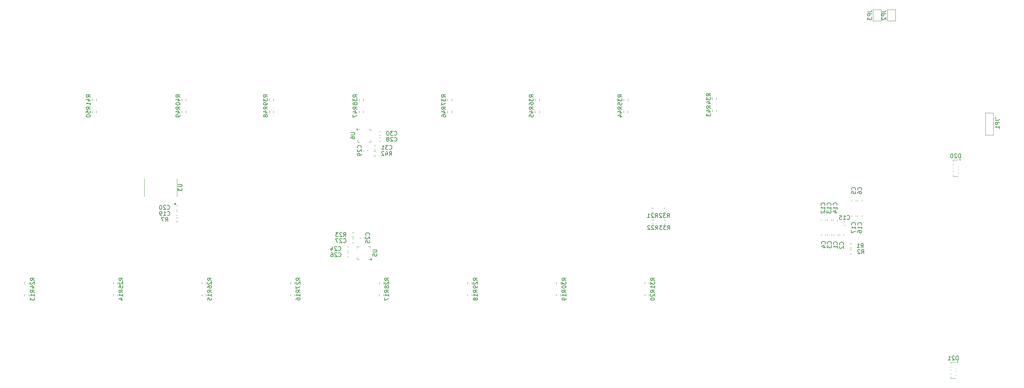
<source format=gbr>
%TF.GenerationSoftware,KiCad,Pcbnew,9.0.0*%
%TF.CreationDate,2025-05-29T20:25:46-04:00*%
%TF.ProjectId,distrabution_controler,64697374-7261-4627-9574-696f6e5f636f,rev?*%
%TF.SameCoordinates,Original*%
%TF.FileFunction,Legend,Bot*%
%TF.FilePolarity,Positive*%
%FSLAX46Y46*%
G04 Gerber Fmt 4.6, Leading zero omitted, Abs format (unit mm)*
G04 Created by KiCad (PCBNEW 9.0.0) date 2025-05-29 20:25:46*
%MOMM*%
%LPD*%
G01*
G04 APERTURE LIST*
%ADD10C,0.150000*%
%ADD11C,0.120000*%
G04 APERTURE END LIST*
D10*
X108184819Y-121988095D02*
X108994342Y-121988095D01*
X108994342Y-121988095D02*
X109089580Y-122035714D01*
X109089580Y-122035714D02*
X109137200Y-122083333D01*
X109137200Y-122083333D02*
X109184819Y-122178571D01*
X109184819Y-122178571D02*
X109184819Y-122369047D01*
X109184819Y-122369047D02*
X109137200Y-122464285D01*
X109137200Y-122464285D02*
X109089580Y-122511904D01*
X109089580Y-122511904D02*
X108994342Y-122559523D01*
X108994342Y-122559523D02*
X108184819Y-122559523D01*
X108184819Y-123511904D02*
X108184819Y-123035714D01*
X108184819Y-123035714D02*
X108661009Y-122988095D01*
X108661009Y-122988095D02*
X108613390Y-123035714D01*
X108613390Y-123035714D02*
X108565771Y-123130952D01*
X108565771Y-123130952D02*
X108565771Y-123369047D01*
X108565771Y-123369047D02*
X108613390Y-123464285D01*
X108613390Y-123464285D02*
X108661009Y-123511904D01*
X108661009Y-123511904D02*
X108756247Y-123559523D01*
X108756247Y-123559523D02*
X108994342Y-123559523D01*
X108994342Y-123559523D02*
X109089580Y-123511904D01*
X109089580Y-123511904D02*
X109137200Y-123464285D01*
X109137200Y-123464285D02*
X109184819Y-123369047D01*
X109184819Y-123369047D02*
X109184819Y-123130952D01*
X109184819Y-123130952D02*
X109137200Y-123035714D01*
X109137200Y-123035714D02*
X109089580Y-122988095D01*
X102699819Y-92888095D02*
X103509342Y-92888095D01*
X103509342Y-92888095D02*
X103604580Y-92935714D01*
X103604580Y-92935714D02*
X103652200Y-92983333D01*
X103652200Y-92983333D02*
X103699819Y-93078571D01*
X103699819Y-93078571D02*
X103699819Y-93269047D01*
X103699819Y-93269047D02*
X103652200Y-93364285D01*
X103652200Y-93364285D02*
X103604580Y-93411904D01*
X103604580Y-93411904D02*
X103509342Y-93459523D01*
X103509342Y-93459523D02*
X102699819Y-93459523D01*
X102699819Y-94364285D02*
X102699819Y-94173809D01*
X102699819Y-94173809D02*
X102747438Y-94078571D01*
X102747438Y-94078571D02*
X102795057Y-94030952D01*
X102795057Y-94030952D02*
X102937914Y-93935714D01*
X102937914Y-93935714D02*
X103128390Y-93888095D01*
X103128390Y-93888095D02*
X103509342Y-93888095D01*
X103509342Y-93888095D02*
X103604580Y-93935714D01*
X103604580Y-93935714D02*
X103652200Y-93983333D01*
X103652200Y-93983333D02*
X103699819Y-94078571D01*
X103699819Y-94078571D02*
X103699819Y-94269047D01*
X103699819Y-94269047D02*
X103652200Y-94364285D01*
X103652200Y-94364285D02*
X103604580Y-94411904D01*
X103604580Y-94411904D02*
X103509342Y-94459523D01*
X103509342Y-94459523D02*
X103271247Y-94459523D01*
X103271247Y-94459523D02*
X103176009Y-94411904D01*
X103176009Y-94411904D02*
X103128390Y-94364285D01*
X103128390Y-94364285D02*
X103080771Y-94269047D01*
X103080771Y-94269047D02*
X103080771Y-94078571D01*
X103080771Y-94078571D02*
X103128390Y-93983333D01*
X103128390Y-93983333D02*
X103176009Y-93935714D01*
X103176009Y-93935714D02*
X103271247Y-93888095D01*
X254114285Y-99154819D02*
X254114285Y-98154819D01*
X254114285Y-98154819D02*
X253876190Y-98154819D01*
X253876190Y-98154819D02*
X253733333Y-98202438D01*
X253733333Y-98202438D02*
X253638095Y-98297676D01*
X253638095Y-98297676D02*
X253590476Y-98392914D01*
X253590476Y-98392914D02*
X253542857Y-98583390D01*
X253542857Y-98583390D02*
X253542857Y-98726247D01*
X253542857Y-98726247D02*
X253590476Y-98916723D01*
X253590476Y-98916723D02*
X253638095Y-99011961D01*
X253638095Y-99011961D02*
X253733333Y-99107200D01*
X253733333Y-99107200D02*
X253876190Y-99154819D01*
X253876190Y-99154819D02*
X254114285Y-99154819D01*
X253161904Y-98250057D02*
X253114285Y-98202438D01*
X253114285Y-98202438D02*
X253019047Y-98154819D01*
X253019047Y-98154819D02*
X252780952Y-98154819D01*
X252780952Y-98154819D02*
X252685714Y-98202438D01*
X252685714Y-98202438D02*
X252638095Y-98250057D01*
X252638095Y-98250057D02*
X252590476Y-98345295D01*
X252590476Y-98345295D02*
X252590476Y-98440533D01*
X252590476Y-98440533D02*
X252638095Y-98583390D01*
X252638095Y-98583390D02*
X253209523Y-99154819D01*
X253209523Y-99154819D02*
X252590476Y-99154819D01*
X251971428Y-98154819D02*
X251876190Y-98154819D01*
X251876190Y-98154819D02*
X251780952Y-98202438D01*
X251780952Y-98202438D02*
X251733333Y-98250057D01*
X251733333Y-98250057D02*
X251685714Y-98345295D01*
X251685714Y-98345295D02*
X251638095Y-98535771D01*
X251638095Y-98535771D02*
X251638095Y-98773866D01*
X251638095Y-98773866D02*
X251685714Y-98964342D01*
X251685714Y-98964342D02*
X251733333Y-99059580D01*
X251733333Y-99059580D02*
X251780952Y-99107200D01*
X251780952Y-99107200D02*
X251876190Y-99154819D01*
X251876190Y-99154819D02*
X251971428Y-99154819D01*
X251971428Y-99154819D02*
X252066666Y-99107200D01*
X252066666Y-99107200D02*
X252114285Y-99059580D01*
X252114285Y-99059580D02*
X252161904Y-98964342D01*
X252161904Y-98964342D02*
X252209523Y-98773866D01*
X252209523Y-98773866D02*
X252209523Y-98535771D01*
X252209523Y-98535771D02*
X252161904Y-98345295D01*
X252161904Y-98345295D02*
X252114285Y-98250057D01*
X252114285Y-98250057D02*
X252066666Y-98202438D01*
X252066666Y-98202438D02*
X251971428Y-98154819D01*
X223359580Y-110957142D02*
X223407200Y-110909523D01*
X223407200Y-110909523D02*
X223454819Y-110766666D01*
X223454819Y-110766666D02*
X223454819Y-110671428D01*
X223454819Y-110671428D02*
X223407200Y-110528571D01*
X223407200Y-110528571D02*
X223311961Y-110433333D01*
X223311961Y-110433333D02*
X223216723Y-110385714D01*
X223216723Y-110385714D02*
X223026247Y-110338095D01*
X223026247Y-110338095D02*
X222883390Y-110338095D01*
X222883390Y-110338095D02*
X222692914Y-110385714D01*
X222692914Y-110385714D02*
X222597676Y-110433333D01*
X222597676Y-110433333D02*
X222502438Y-110528571D01*
X222502438Y-110528571D02*
X222454819Y-110671428D01*
X222454819Y-110671428D02*
X222454819Y-110766666D01*
X222454819Y-110766666D02*
X222502438Y-110909523D01*
X222502438Y-110909523D02*
X222550057Y-110957142D01*
X223454819Y-111909523D02*
X223454819Y-111338095D01*
X223454819Y-111623809D02*
X222454819Y-111623809D01*
X222454819Y-111623809D02*
X222597676Y-111528571D01*
X222597676Y-111528571D02*
X222692914Y-111433333D01*
X222692914Y-111433333D02*
X222740533Y-111338095D01*
X222788152Y-112766666D02*
X223454819Y-112766666D01*
X222407200Y-112528571D02*
X223121485Y-112290476D01*
X223121485Y-112290476D02*
X223121485Y-112909523D01*
X181327857Y-116984819D02*
X181661190Y-116508628D01*
X181899285Y-116984819D02*
X181899285Y-115984819D01*
X181899285Y-115984819D02*
X181518333Y-115984819D01*
X181518333Y-115984819D02*
X181423095Y-116032438D01*
X181423095Y-116032438D02*
X181375476Y-116080057D01*
X181375476Y-116080057D02*
X181327857Y-116175295D01*
X181327857Y-116175295D02*
X181327857Y-116318152D01*
X181327857Y-116318152D02*
X181375476Y-116413390D01*
X181375476Y-116413390D02*
X181423095Y-116461009D01*
X181423095Y-116461009D02*
X181518333Y-116508628D01*
X181518333Y-116508628D02*
X181899285Y-116508628D01*
X180994523Y-115984819D02*
X180375476Y-115984819D01*
X180375476Y-115984819D02*
X180708809Y-116365771D01*
X180708809Y-116365771D02*
X180565952Y-116365771D01*
X180565952Y-116365771D02*
X180470714Y-116413390D01*
X180470714Y-116413390D02*
X180423095Y-116461009D01*
X180423095Y-116461009D02*
X180375476Y-116556247D01*
X180375476Y-116556247D02*
X180375476Y-116794342D01*
X180375476Y-116794342D02*
X180423095Y-116889580D01*
X180423095Y-116889580D02*
X180470714Y-116937200D01*
X180470714Y-116937200D02*
X180565952Y-116984819D01*
X180565952Y-116984819D02*
X180851666Y-116984819D01*
X180851666Y-116984819D02*
X180946904Y-116937200D01*
X180946904Y-116937200D02*
X180994523Y-116889580D01*
X180042142Y-115984819D02*
X179423095Y-115984819D01*
X179423095Y-115984819D02*
X179756428Y-116365771D01*
X179756428Y-116365771D02*
X179613571Y-116365771D01*
X179613571Y-116365771D02*
X179518333Y-116413390D01*
X179518333Y-116413390D02*
X179470714Y-116461009D01*
X179470714Y-116461009D02*
X179423095Y-116556247D01*
X179423095Y-116556247D02*
X179423095Y-116794342D01*
X179423095Y-116794342D02*
X179470714Y-116889580D01*
X179470714Y-116889580D02*
X179518333Y-116937200D01*
X179518333Y-116937200D02*
X179613571Y-116984819D01*
X179613571Y-116984819D02*
X179899285Y-116984819D01*
X179899285Y-116984819D02*
X179994523Y-116937200D01*
X179994523Y-116937200D02*
X180042142Y-116889580D01*
X229459580Y-115857142D02*
X229507200Y-115809523D01*
X229507200Y-115809523D02*
X229554819Y-115666666D01*
X229554819Y-115666666D02*
X229554819Y-115571428D01*
X229554819Y-115571428D02*
X229507200Y-115428571D01*
X229507200Y-115428571D02*
X229411961Y-115333333D01*
X229411961Y-115333333D02*
X229316723Y-115285714D01*
X229316723Y-115285714D02*
X229126247Y-115238095D01*
X229126247Y-115238095D02*
X228983390Y-115238095D01*
X228983390Y-115238095D02*
X228792914Y-115285714D01*
X228792914Y-115285714D02*
X228697676Y-115333333D01*
X228697676Y-115333333D02*
X228602438Y-115428571D01*
X228602438Y-115428571D02*
X228554819Y-115571428D01*
X228554819Y-115571428D02*
X228554819Y-115666666D01*
X228554819Y-115666666D02*
X228602438Y-115809523D01*
X228602438Y-115809523D02*
X228650057Y-115857142D01*
X229554819Y-116809523D02*
X229554819Y-116238095D01*
X229554819Y-116523809D02*
X228554819Y-116523809D01*
X228554819Y-116523809D02*
X228697676Y-116428571D01*
X228697676Y-116428571D02*
X228792914Y-116333333D01*
X228792914Y-116333333D02*
X228840533Y-116238095D01*
X228554819Y-117666666D02*
X228554819Y-117476190D01*
X228554819Y-117476190D02*
X228602438Y-117380952D01*
X228602438Y-117380952D02*
X228650057Y-117333333D01*
X228650057Y-117333333D02*
X228792914Y-117238095D01*
X228792914Y-117238095D02*
X228983390Y-117190476D01*
X228983390Y-117190476D02*
X229364342Y-117190476D01*
X229364342Y-117190476D02*
X229459580Y-117238095D01*
X229459580Y-117238095D02*
X229507200Y-117285714D01*
X229507200Y-117285714D02*
X229554819Y-117380952D01*
X229554819Y-117380952D02*
X229554819Y-117571428D01*
X229554819Y-117571428D02*
X229507200Y-117666666D01*
X229507200Y-117666666D02*
X229459580Y-117714285D01*
X229459580Y-117714285D02*
X229364342Y-117761904D01*
X229364342Y-117761904D02*
X229126247Y-117761904D01*
X229126247Y-117761904D02*
X229031009Y-117714285D01*
X229031009Y-117714285D02*
X228983390Y-117666666D01*
X228983390Y-117666666D02*
X228935771Y-117571428D01*
X228935771Y-117571428D02*
X228935771Y-117380952D01*
X228935771Y-117380952D02*
X228983390Y-117285714D01*
X228983390Y-117285714D02*
X229031009Y-117238095D01*
X229031009Y-117238095D02*
X229126247Y-117190476D01*
X227959580Y-115857142D02*
X228007200Y-115809523D01*
X228007200Y-115809523D02*
X228054819Y-115666666D01*
X228054819Y-115666666D02*
X228054819Y-115571428D01*
X228054819Y-115571428D02*
X228007200Y-115428571D01*
X228007200Y-115428571D02*
X227911961Y-115333333D01*
X227911961Y-115333333D02*
X227816723Y-115285714D01*
X227816723Y-115285714D02*
X227626247Y-115238095D01*
X227626247Y-115238095D02*
X227483390Y-115238095D01*
X227483390Y-115238095D02*
X227292914Y-115285714D01*
X227292914Y-115285714D02*
X227197676Y-115333333D01*
X227197676Y-115333333D02*
X227102438Y-115428571D01*
X227102438Y-115428571D02*
X227054819Y-115571428D01*
X227054819Y-115571428D02*
X227054819Y-115666666D01*
X227054819Y-115666666D02*
X227102438Y-115809523D01*
X227102438Y-115809523D02*
X227150057Y-115857142D01*
X228054819Y-116809523D02*
X228054819Y-116238095D01*
X228054819Y-116523809D02*
X227054819Y-116523809D01*
X227054819Y-116523809D02*
X227197676Y-116428571D01*
X227197676Y-116428571D02*
X227292914Y-116333333D01*
X227292914Y-116333333D02*
X227340533Y-116238095D01*
X227054819Y-117142857D02*
X227054819Y-117809523D01*
X227054819Y-117809523D02*
X228054819Y-117380952D01*
X223459580Y-120633333D02*
X223507200Y-120585714D01*
X223507200Y-120585714D02*
X223554819Y-120442857D01*
X223554819Y-120442857D02*
X223554819Y-120347619D01*
X223554819Y-120347619D02*
X223507200Y-120204762D01*
X223507200Y-120204762D02*
X223411961Y-120109524D01*
X223411961Y-120109524D02*
X223316723Y-120061905D01*
X223316723Y-120061905D02*
X223126247Y-120014286D01*
X223126247Y-120014286D02*
X222983390Y-120014286D01*
X222983390Y-120014286D02*
X222792914Y-120061905D01*
X222792914Y-120061905D02*
X222697676Y-120109524D01*
X222697676Y-120109524D02*
X222602438Y-120204762D01*
X222602438Y-120204762D02*
X222554819Y-120347619D01*
X222554819Y-120347619D02*
X222554819Y-120442857D01*
X222554819Y-120442857D02*
X222602438Y-120585714D01*
X222602438Y-120585714D02*
X222650057Y-120633333D01*
X223554819Y-121585714D02*
X223554819Y-121014286D01*
X223554819Y-121300000D02*
X222554819Y-121300000D01*
X222554819Y-121300000D02*
X222697676Y-121204762D01*
X222697676Y-121204762D02*
X222792914Y-121109524D01*
X222792914Y-121109524D02*
X222840533Y-121014286D01*
X220359580Y-110957142D02*
X220407200Y-110909523D01*
X220407200Y-110909523D02*
X220454819Y-110766666D01*
X220454819Y-110766666D02*
X220454819Y-110671428D01*
X220454819Y-110671428D02*
X220407200Y-110528571D01*
X220407200Y-110528571D02*
X220311961Y-110433333D01*
X220311961Y-110433333D02*
X220216723Y-110385714D01*
X220216723Y-110385714D02*
X220026247Y-110338095D01*
X220026247Y-110338095D02*
X219883390Y-110338095D01*
X219883390Y-110338095D02*
X219692914Y-110385714D01*
X219692914Y-110385714D02*
X219597676Y-110433333D01*
X219597676Y-110433333D02*
X219502438Y-110528571D01*
X219502438Y-110528571D02*
X219454819Y-110671428D01*
X219454819Y-110671428D02*
X219454819Y-110766666D01*
X219454819Y-110766666D02*
X219502438Y-110909523D01*
X219502438Y-110909523D02*
X219550057Y-110957142D01*
X220454819Y-111909523D02*
X220454819Y-111338095D01*
X220454819Y-111623809D02*
X219454819Y-111623809D01*
X219454819Y-111623809D02*
X219597676Y-111528571D01*
X219597676Y-111528571D02*
X219692914Y-111433333D01*
X219692914Y-111433333D02*
X219740533Y-111338095D01*
X219550057Y-112290476D02*
X219502438Y-112338095D01*
X219502438Y-112338095D02*
X219454819Y-112433333D01*
X219454819Y-112433333D02*
X219454819Y-112671428D01*
X219454819Y-112671428D02*
X219502438Y-112766666D01*
X219502438Y-112766666D02*
X219550057Y-112814285D01*
X219550057Y-112814285D02*
X219645295Y-112861904D01*
X219645295Y-112861904D02*
X219740533Y-112861904D01*
X219740533Y-112861904D02*
X219883390Y-112814285D01*
X219883390Y-112814285D02*
X220454819Y-112242857D01*
X220454819Y-112242857D02*
X220454819Y-112861904D01*
X178242857Y-113984819D02*
X178576190Y-113508628D01*
X178814285Y-113984819D02*
X178814285Y-112984819D01*
X178814285Y-112984819D02*
X178433333Y-112984819D01*
X178433333Y-112984819D02*
X178338095Y-113032438D01*
X178338095Y-113032438D02*
X178290476Y-113080057D01*
X178290476Y-113080057D02*
X178242857Y-113175295D01*
X178242857Y-113175295D02*
X178242857Y-113318152D01*
X178242857Y-113318152D02*
X178290476Y-113413390D01*
X178290476Y-113413390D02*
X178338095Y-113461009D01*
X178338095Y-113461009D02*
X178433333Y-113508628D01*
X178433333Y-113508628D02*
X178814285Y-113508628D01*
X177861904Y-113080057D02*
X177814285Y-113032438D01*
X177814285Y-113032438D02*
X177719047Y-112984819D01*
X177719047Y-112984819D02*
X177480952Y-112984819D01*
X177480952Y-112984819D02*
X177385714Y-113032438D01*
X177385714Y-113032438D02*
X177338095Y-113080057D01*
X177338095Y-113080057D02*
X177290476Y-113175295D01*
X177290476Y-113175295D02*
X177290476Y-113270533D01*
X177290476Y-113270533D02*
X177338095Y-113413390D01*
X177338095Y-113413390D02*
X177909523Y-113984819D01*
X177909523Y-113984819D02*
X177290476Y-113984819D01*
X176338095Y-113984819D02*
X176909523Y-113984819D01*
X176623809Y-113984819D02*
X176623809Y-112984819D01*
X176623809Y-112984819D02*
X176719047Y-113127676D01*
X176719047Y-113127676D02*
X176814285Y-113222914D01*
X176814285Y-113222914D02*
X176909523Y-113270533D01*
X220459580Y-120533333D02*
X220507200Y-120485714D01*
X220507200Y-120485714D02*
X220554819Y-120342857D01*
X220554819Y-120342857D02*
X220554819Y-120247619D01*
X220554819Y-120247619D02*
X220507200Y-120104762D01*
X220507200Y-120104762D02*
X220411961Y-120009524D01*
X220411961Y-120009524D02*
X220316723Y-119961905D01*
X220316723Y-119961905D02*
X220126247Y-119914286D01*
X220126247Y-119914286D02*
X219983390Y-119914286D01*
X219983390Y-119914286D02*
X219792914Y-119961905D01*
X219792914Y-119961905D02*
X219697676Y-120009524D01*
X219697676Y-120009524D02*
X219602438Y-120104762D01*
X219602438Y-120104762D02*
X219554819Y-120247619D01*
X219554819Y-120247619D02*
X219554819Y-120342857D01*
X219554819Y-120342857D02*
X219602438Y-120485714D01*
X219602438Y-120485714D02*
X219650057Y-120533333D01*
X219888152Y-121390476D02*
X220554819Y-121390476D01*
X219507200Y-121152381D02*
X220221485Y-120914286D01*
X220221485Y-120914286D02*
X220221485Y-121533333D01*
X253489285Y-149354819D02*
X253489285Y-148354819D01*
X253489285Y-148354819D02*
X253251190Y-148354819D01*
X253251190Y-148354819D02*
X253108333Y-148402438D01*
X253108333Y-148402438D02*
X253013095Y-148497676D01*
X253013095Y-148497676D02*
X252965476Y-148592914D01*
X252965476Y-148592914D02*
X252917857Y-148783390D01*
X252917857Y-148783390D02*
X252917857Y-148926247D01*
X252917857Y-148926247D02*
X252965476Y-149116723D01*
X252965476Y-149116723D02*
X253013095Y-149211961D01*
X253013095Y-149211961D02*
X253108333Y-149307200D01*
X253108333Y-149307200D02*
X253251190Y-149354819D01*
X253251190Y-149354819D02*
X253489285Y-149354819D01*
X252536904Y-148450057D02*
X252489285Y-148402438D01*
X252489285Y-148402438D02*
X252394047Y-148354819D01*
X252394047Y-148354819D02*
X252155952Y-148354819D01*
X252155952Y-148354819D02*
X252060714Y-148402438D01*
X252060714Y-148402438D02*
X252013095Y-148450057D01*
X252013095Y-148450057D02*
X251965476Y-148545295D01*
X251965476Y-148545295D02*
X251965476Y-148640533D01*
X251965476Y-148640533D02*
X252013095Y-148783390D01*
X252013095Y-148783390D02*
X252584523Y-149354819D01*
X252584523Y-149354819D02*
X251965476Y-149354819D01*
X251013095Y-149354819D02*
X251584523Y-149354819D01*
X251298809Y-149354819D02*
X251298809Y-148354819D01*
X251298809Y-148354819D02*
X251394047Y-148497676D01*
X251394047Y-148497676D02*
X251489285Y-148592914D01*
X251489285Y-148592914D02*
X251584523Y-148640533D01*
X221959580Y-120533333D02*
X222007200Y-120485714D01*
X222007200Y-120485714D02*
X222054819Y-120342857D01*
X222054819Y-120342857D02*
X222054819Y-120247619D01*
X222054819Y-120247619D02*
X222007200Y-120104762D01*
X222007200Y-120104762D02*
X221911961Y-120009524D01*
X221911961Y-120009524D02*
X221816723Y-119961905D01*
X221816723Y-119961905D02*
X221626247Y-119914286D01*
X221626247Y-119914286D02*
X221483390Y-119914286D01*
X221483390Y-119914286D02*
X221292914Y-119961905D01*
X221292914Y-119961905D02*
X221197676Y-120009524D01*
X221197676Y-120009524D02*
X221102438Y-120104762D01*
X221102438Y-120104762D02*
X221054819Y-120247619D01*
X221054819Y-120247619D02*
X221054819Y-120342857D01*
X221054819Y-120342857D02*
X221102438Y-120485714D01*
X221102438Y-120485714D02*
X221150057Y-120533333D01*
X221054819Y-120866667D02*
X221054819Y-121485714D01*
X221054819Y-121485714D02*
X221435771Y-121152381D01*
X221435771Y-121152381D02*
X221435771Y-121295238D01*
X221435771Y-121295238D02*
X221483390Y-121390476D01*
X221483390Y-121390476D02*
X221531009Y-121438095D01*
X221531009Y-121438095D02*
X221626247Y-121485714D01*
X221626247Y-121485714D02*
X221864342Y-121485714D01*
X221864342Y-121485714D02*
X221959580Y-121438095D01*
X221959580Y-121438095D02*
X222007200Y-121390476D01*
X222007200Y-121390476D02*
X222054819Y-121295238D01*
X222054819Y-121295238D02*
X222054819Y-121009524D01*
X222054819Y-121009524D02*
X222007200Y-120914286D01*
X222007200Y-120914286D02*
X221959580Y-120866667D01*
X229466666Y-122954819D02*
X229799999Y-122478628D01*
X230038094Y-122954819D02*
X230038094Y-121954819D01*
X230038094Y-121954819D02*
X229657142Y-121954819D01*
X229657142Y-121954819D02*
X229561904Y-122002438D01*
X229561904Y-122002438D02*
X229514285Y-122050057D01*
X229514285Y-122050057D02*
X229466666Y-122145295D01*
X229466666Y-122145295D02*
X229466666Y-122288152D01*
X229466666Y-122288152D02*
X229514285Y-122383390D01*
X229514285Y-122383390D02*
X229561904Y-122431009D01*
X229561904Y-122431009D02*
X229657142Y-122478628D01*
X229657142Y-122478628D02*
X230038094Y-122478628D01*
X229085713Y-122050057D02*
X229038094Y-122002438D01*
X229038094Y-122002438D02*
X228942856Y-121954819D01*
X228942856Y-121954819D02*
X228704761Y-121954819D01*
X228704761Y-121954819D02*
X228609523Y-122002438D01*
X228609523Y-122002438D02*
X228561904Y-122050057D01*
X228561904Y-122050057D02*
X228514285Y-122145295D01*
X228514285Y-122145295D02*
X228514285Y-122240533D01*
X228514285Y-122240533D02*
X228561904Y-122383390D01*
X228561904Y-122383390D02*
X229133332Y-122954819D01*
X229133332Y-122954819D02*
X228514285Y-122954819D01*
X224959580Y-120733333D02*
X225007200Y-120685714D01*
X225007200Y-120685714D02*
X225054819Y-120542857D01*
X225054819Y-120542857D02*
X225054819Y-120447619D01*
X225054819Y-120447619D02*
X225007200Y-120304762D01*
X225007200Y-120304762D02*
X224911961Y-120209524D01*
X224911961Y-120209524D02*
X224816723Y-120161905D01*
X224816723Y-120161905D02*
X224626247Y-120114286D01*
X224626247Y-120114286D02*
X224483390Y-120114286D01*
X224483390Y-120114286D02*
X224292914Y-120161905D01*
X224292914Y-120161905D02*
X224197676Y-120209524D01*
X224197676Y-120209524D02*
X224102438Y-120304762D01*
X224102438Y-120304762D02*
X224054819Y-120447619D01*
X224054819Y-120447619D02*
X224054819Y-120542857D01*
X224054819Y-120542857D02*
X224102438Y-120685714D01*
X224102438Y-120685714D02*
X224150057Y-120733333D01*
X224150057Y-121114286D02*
X224102438Y-121161905D01*
X224102438Y-121161905D02*
X224054819Y-121257143D01*
X224054819Y-121257143D02*
X224054819Y-121495238D01*
X224054819Y-121495238D02*
X224102438Y-121590476D01*
X224102438Y-121590476D02*
X224150057Y-121638095D01*
X224150057Y-121638095D02*
X224245295Y-121685714D01*
X224245295Y-121685714D02*
X224340533Y-121685714D01*
X224340533Y-121685714D02*
X224483390Y-121638095D01*
X224483390Y-121638095D02*
X225054819Y-121066667D01*
X225054819Y-121066667D02*
X225054819Y-121685714D01*
X229459580Y-107133333D02*
X229507200Y-107085714D01*
X229507200Y-107085714D02*
X229554819Y-106942857D01*
X229554819Y-106942857D02*
X229554819Y-106847619D01*
X229554819Y-106847619D02*
X229507200Y-106704762D01*
X229507200Y-106704762D02*
X229411961Y-106609524D01*
X229411961Y-106609524D02*
X229316723Y-106561905D01*
X229316723Y-106561905D02*
X229126247Y-106514286D01*
X229126247Y-106514286D02*
X228983390Y-106514286D01*
X228983390Y-106514286D02*
X228792914Y-106561905D01*
X228792914Y-106561905D02*
X228697676Y-106609524D01*
X228697676Y-106609524D02*
X228602438Y-106704762D01*
X228602438Y-106704762D02*
X228554819Y-106847619D01*
X228554819Y-106847619D02*
X228554819Y-106942857D01*
X228554819Y-106942857D02*
X228602438Y-107085714D01*
X228602438Y-107085714D02*
X228650057Y-107133333D01*
X228554819Y-107990476D02*
X228554819Y-107800000D01*
X228554819Y-107800000D02*
X228602438Y-107704762D01*
X228602438Y-107704762D02*
X228650057Y-107657143D01*
X228650057Y-107657143D02*
X228792914Y-107561905D01*
X228792914Y-107561905D02*
X228983390Y-107514286D01*
X228983390Y-107514286D02*
X229364342Y-107514286D01*
X229364342Y-107514286D02*
X229459580Y-107561905D01*
X229459580Y-107561905D02*
X229507200Y-107609524D01*
X229507200Y-107609524D02*
X229554819Y-107704762D01*
X229554819Y-107704762D02*
X229554819Y-107895238D01*
X229554819Y-107895238D02*
X229507200Y-107990476D01*
X229507200Y-107990476D02*
X229459580Y-108038095D01*
X229459580Y-108038095D02*
X229364342Y-108085714D01*
X229364342Y-108085714D02*
X229126247Y-108085714D01*
X229126247Y-108085714D02*
X229031009Y-108038095D01*
X229031009Y-108038095D02*
X228983390Y-107990476D01*
X228983390Y-107990476D02*
X228935771Y-107895238D01*
X228935771Y-107895238D02*
X228935771Y-107704762D01*
X228935771Y-107704762D02*
X228983390Y-107609524D01*
X228983390Y-107609524D02*
X229031009Y-107561905D01*
X229031009Y-107561905D02*
X229126247Y-107514286D01*
X181242857Y-113984819D02*
X181576190Y-113508628D01*
X181814285Y-113984819D02*
X181814285Y-112984819D01*
X181814285Y-112984819D02*
X181433333Y-112984819D01*
X181433333Y-112984819D02*
X181338095Y-113032438D01*
X181338095Y-113032438D02*
X181290476Y-113080057D01*
X181290476Y-113080057D02*
X181242857Y-113175295D01*
X181242857Y-113175295D02*
X181242857Y-113318152D01*
X181242857Y-113318152D02*
X181290476Y-113413390D01*
X181290476Y-113413390D02*
X181338095Y-113461009D01*
X181338095Y-113461009D02*
X181433333Y-113508628D01*
X181433333Y-113508628D02*
X181814285Y-113508628D01*
X180909523Y-112984819D02*
X180290476Y-112984819D01*
X180290476Y-112984819D02*
X180623809Y-113365771D01*
X180623809Y-113365771D02*
X180480952Y-113365771D01*
X180480952Y-113365771D02*
X180385714Y-113413390D01*
X180385714Y-113413390D02*
X180338095Y-113461009D01*
X180338095Y-113461009D02*
X180290476Y-113556247D01*
X180290476Y-113556247D02*
X180290476Y-113794342D01*
X180290476Y-113794342D02*
X180338095Y-113889580D01*
X180338095Y-113889580D02*
X180385714Y-113937200D01*
X180385714Y-113937200D02*
X180480952Y-113984819D01*
X180480952Y-113984819D02*
X180766666Y-113984819D01*
X180766666Y-113984819D02*
X180861904Y-113937200D01*
X180861904Y-113937200D02*
X180909523Y-113889580D01*
X179909523Y-113080057D02*
X179861904Y-113032438D01*
X179861904Y-113032438D02*
X179766666Y-112984819D01*
X179766666Y-112984819D02*
X179528571Y-112984819D01*
X179528571Y-112984819D02*
X179433333Y-113032438D01*
X179433333Y-113032438D02*
X179385714Y-113080057D01*
X179385714Y-113080057D02*
X179338095Y-113175295D01*
X179338095Y-113175295D02*
X179338095Y-113270533D01*
X179338095Y-113270533D02*
X179385714Y-113413390D01*
X179385714Y-113413390D02*
X179957142Y-113984819D01*
X179957142Y-113984819D02*
X179338095Y-113984819D01*
X229366666Y-121454819D02*
X229699999Y-120978628D01*
X229938094Y-121454819D02*
X229938094Y-120454819D01*
X229938094Y-120454819D02*
X229557142Y-120454819D01*
X229557142Y-120454819D02*
X229461904Y-120502438D01*
X229461904Y-120502438D02*
X229414285Y-120550057D01*
X229414285Y-120550057D02*
X229366666Y-120645295D01*
X229366666Y-120645295D02*
X229366666Y-120788152D01*
X229366666Y-120788152D02*
X229414285Y-120883390D01*
X229414285Y-120883390D02*
X229461904Y-120931009D01*
X229461904Y-120931009D02*
X229557142Y-120978628D01*
X229557142Y-120978628D02*
X229938094Y-120978628D01*
X228414285Y-121454819D02*
X228985713Y-121454819D01*
X228699999Y-121454819D02*
X228699999Y-120454819D01*
X228699999Y-120454819D02*
X228795237Y-120597676D01*
X228795237Y-120597676D02*
X228890475Y-120692914D01*
X228890475Y-120692914D02*
X228985713Y-120740533D01*
X178317857Y-116984819D02*
X178651190Y-116508628D01*
X178889285Y-116984819D02*
X178889285Y-115984819D01*
X178889285Y-115984819D02*
X178508333Y-115984819D01*
X178508333Y-115984819D02*
X178413095Y-116032438D01*
X178413095Y-116032438D02*
X178365476Y-116080057D01*
X178365476Y-116080057D02*
X178317857Y-116175295D01*
X178317857Y-116175295D02*
X178317857Y-116318152D01*
X178317857Y-116318152D02*
X178365476Y-116413390D01*
X178365476Y-116413390D02*
X178413095Y-116461009D01*
X178413095Y-116461009D02*
X178508333Y-116508628D01*
X178508333Y-116508628D02*
X178889285Y-116508628D01*
X177936904Y-116080057D02*
X177889285Y-116032438D01*
X177889285Y-116032438D02*
X177794047Y-115984819D01*
X177794047Y-115984819D02*
X177555952Y-115984819D01*
X177555952Y-115984819D02*
X177460714Y-116032438D01*
X177460714Y-116032438D02*
X177413095Y-116080057D01*
X177413095Y-116080057D02*
X177365476Y-116175295D01*
X177365476Y-116175295D02*
X177365476Y-116270533D01*
X177365476Y-116270533D02*
X177413095Y-116413390D01*
X177413095Y-116413390D02*
X177984523Y-116984819D01*
X177984523Y-116984819D02*
X177365476Y-116984819D01*
X176984523Y-116080057D02*
X176936904Y-116032438D01*
X176936904Y-116032438D02*
X176841666Y-115984819D01*
X176841666Y-115984819D02*
X176603571Y-115984819D01*
X176603571Y-115984819D02*
X176508333Y-116032438D01*
X176508333Y-116032438D02*
X176460714Y-116080057D01*
X176460714Y-116080057D02*
X176413095Y-116175295D01*
X176413095Y-116175295D02*
X176413095Y-116270533D01*
X176413095Y-116270533D02*
X176460714Y-116413390D01*
X176460714Y-116413390D02*
X177032142Y-116984819D01*
X177032142Y-116984819D02*
X176413095Y-116984819D01*
X221859580Y-110957142D02*
X221907200Y-110909523D01*
X221907200Y-110909523D02*
X221954819Y-110766666D01*
X221954819Y-110766666D02*
X221954819Y-110671428D01*
X221954819Y-110671428D02*
X221907200Y-110528571D01*
X221907200Y-110528571D02*
X221811961Y-110433333D01*
X221811961Y-110433333D02*
X221716723Y-110385714D01*
X221716723Y-110385714D02*
X221526247Y-110338095D01*
X221526247Y-110338095D02*
X221383390Y-110338095D01*
X221383390Y-110338095D02*
X221192914Y-110385714D01*
X221192914Y-110385714D02*
X221097676Y-110433333D01*
X221097676Y-110433333D02*
X221002438Y-110528571D01*
X221002438Y-110528571D02*
X220954819Y-110671428D01*
X220954819Y-110671428D02*
X220954819Y-110766666D01*
X220954819Y-110766666D02*
X221002438Y-110909523D01*
X221002438Y-110909523D02*
X221050057Y-110957142D01*
X221954819Y-111909523D02*
X221954819Y-111338095D01*
X221954819Y-111623809D02*
X220954819Y-111623809D01*
X220954819Y-111623809D02*
X221097676Y-111528571D01*
X221097676Y-111528571D02*
X221192914Y-111433333D01*
X221192914Y-111433333D02*
X221240533Y-111338095D01*
X220954819Y-112242857D02*
X220954819Y-112861904D01*
X220954819Y-112861904D02*
X221335771Y-112528571D01*
X221335771Y-112528571D02*
X221335771Y-112671428D01*
X221335771Y-112671428D02*
X221383390Y-112766666D01*
X221383390Y-112766666D02*
X221431009Y-112814285D01*
X221431009Y-112814285D02*
X221526247Y-112861904D01*
X221526247Y-112861904D02*
X221764342Y-112861904D01*
X221764342Y-112861904D02*
X221859580Y-112814285D01*
X221859580Y-112814285D02*
X221907200Y-112766666D01*
X221907200Y-112766666D02*
X221954819Y-112671428D01*
X221954819Y-112671428D02*
X221954819Y-112385714D01*
X221954819Y-112385714D02*
X221907200Y-112290476D01*
X221907200Y-112290476D02*
X221859580Y-112242857D01*
X262754819Y-89866666D02*
X263469104Y-89866666D01*
X263469104Y-89866666D02*
X263611961Y-89819047D01*
X263611961Y-89819047D02*
X263707200Y-89723809D01*
X263707200Y-89723809D02*
X263754819Y-89580952D01*
X263754819Y-89580952D02*
X263754819Y-89485714D01*
X263754819Y-90342857D02*
X262754819Y-90342857D01*
X262754819Y-90342857D02*
X262754819Y-90723809D01*
X262754819Y-90723809D02*
X262802438Y-90819047D01*
X262802438Y-90819047D02*
X262850057Y-90866666D01*
X262850057Y-90866666D02*
X262945295Y-90914285D01*
X262945295Y-90914285D02*
X263088152Y-90914285D01*
X263088152Y-90914285D02*
X263183390Y-90866666D01*
X263183390Y-90866666D02*
X263231009Y-90819047D01*
X263231009Y-90819047D02*
X263278628Y-90723809D01*
X263278628Y-90723809D02*
X263278628Y-90342857D01*
X263754819Y-91866666D02*
X263754819Y-91295238D01*
X263754819Y-91580952D02*
X262754819Y-91580952D01*
X262754819Y-91580952D02*
X262897676Y-91485714D01*
X262897676Y-91485714D02*
X262992914Y-91390476D01*
X262992914Y-91390476D02*
X263040533Y-91295238D01*
X227959580Y-107133333D02*
X228007200Y-107085714D01*
X228007200Y-107085714D02*
X228054819Y-106942857D01*
X228054819Y-106942857D02*
X228054819Y-106847619D01*
X228054819Y-106847619D02*
X228007200Y-106704762D01*
X228007200Y-106704762D02*
X227911961Y-106609524D01*
X227911961Y-106609524D02*
X227816723Y-106561905D01*
X227816723Y-106561905D02*
X227626247Y-106514286D01*
X227626247Y-106514286D02*
X227483390Y-106514286D01*
X227483390Y-106514286D02*
X227292914Y-106561905D01*
X227292914Y-106561905D02*
X227197676Y-106609524D01*
X227197676Y-106609524D02*
X227102438Y-106704762D01*
X227102438Y-106704762D02*
X227054819Y-106847619D01*
X227054819Y-106847619D02*
X227054819Y-106942857D01*
X227054819Y-106942857D02*
X227102438Y-107085714D01*
X227102438Y-107085714D02*
X227150057Y-107133333D01*
X227054819Y-108038095D02*
X227054819Y-107561905D01*
X227054819Y-107561905D02*
X227531009Y-107514286D01*
X227531009Y-107514286D02*
X227483390Y-107561905D01*
X227483390Y-107561905D02*
X227435771Y-107657143D01*
X227435771Y-107657143D02*
X227435771Y-107895238D01*
X227435771Y-107895238D02*
X227483390Y-107990476D01*
X227483390Y-107990476D02*
X227531009Y-108038095D01*
X227531009Y-108038095D02*
X227626247Y-108085714D01*
X227626247Y-108085714D02*
X227864342Y-108085714D01*
X227864342Y-108085714D02*
X227959580Y-108038095D01*
X227959580Y-108038095D02*
X228007200Y-107990476D01*
X228007200Y-107990476D02*
X228054819Y-107895238D01*
X228054819Y-107895238D02*
X228054819Y-107657143D01*
X228054819Y-107657143D02*
X228007200Y-107561905D01*
X228007200Y-107561905D02*
X227959580Y-107514286D01*
X225942857Y-114359580D02*
X225990476Y-114407200D01*
X225990476Y-114407200D02*
X226133333Y-114454819D01*
X226133333Y-114454819D02*
X226228571Y-114454819D01*
X226228571Y-114454819D02*
X226371428Y-114407200D01*
X226371428Y-114407200D02*
X226466666Y-114311961D01*
X226466666Y-114311961D02*
X226514285Y-114216723D01*
X226514285Y-114216723D02*
X226561904Y-114026247D01*
X226561904Y-114026247D02*
X226561904Y-113883390D01*
X226561904Y-113883390D02*
X226514285Y-113692914D01*
X226514285Y-113692914D02*
X226466666Y-113597676D01*
X226466666Y-113597676D02*
X226371428Y-113502438D01*
X226371428Y-113502438D02*
X226228571Y-113454819D01*
X226228571Y-113454819D02*
X226133333Y-113454819D01*
X226133333Y-113454819D02*
X225990476Y-113502438D01*
X225990476Y-113502438D02*
X225942857Y-113550057D01*
X224990476Y-114454819D02*
X225561904Y-114454819D01*
X225276190Y-114454819D02*
X225276190Y-113454819D01*
X225276190Y-113454819D02*
X225371428Y-113597676D01*
X225371428Y-113597676D02*
X225466666Y-113692914D01*
X225466666Y-113692914D02*
X225561904Y-113740533D01*
X224085714Y-113454819D02*
X224561904Y-113454819D01*
X224561904Y-113454819D02*
X224609523Y-113931009D01*
X224609523Y-113931009D02*
X224561904Y-113883390D01*
X224561904Y-113883390D02*
X224466666Y-113835771D01*
X224466666Y-113835771D02*
X224228571Y-113835771D01*
X224228571Y-113835771D02*
X224133333Y-113883390D01*
X224133333Y-113883390D02*
X224085714Y-113931009D01*
X224085714Y-113931009D02*
X224038095Y-114026247D01*
X224038095Y-114026247D02*
X224038095Y-114264342D01*
X224038095Y-114264342D02*
X224085714Y-114359580D01*
X224085714Y-114359580D02*
X224133333Y-114407200D01*
X224133333Y-114407200D02*
X224228571Y-114454819D01*
X224228571Y-114454819D02*
X224466666Y-114454819D01*
X224466666Y-114454819D02*
X224561904Y-114407200D01*
X224561904Y-114407200D02*
X224609523Y-114359580D01*
X99642857Y-123609580D02*
X99690476Y-123657200D01*
X99690476Y-123657200D02*
X99833333Y-123704819D01*
X99833333Y-123704819D02*
X99928571Y-123704819D01*
X99928571Y-123704819D02*
X100071428Y-123657200D01*
X100071428Y-123657200D02*
X100166666Y-123561961D01*
X100166666Y-123561961D02*
X100214285Y-123466723D01*
X100214285Y-123466723D02*
X100261904Y-123276247D01*
X100261904Y-123276247D02*
X100261904Y-123133390D01*
X100261904Y-123133390D02*
X100214285Y-122942914D01*
X100214285Y-122942914D02*
X100166666Y-122847676D01*
X100166666Y-122847676D02*
X100071428Y-122752438D01*
X100071428Y-122752438D02*
X99928571Y-122704819D01*
X99928571Y-122704819D02*
X99833333Y-122704819D01*
X99833333Y-122704819D02*
X99690476Y-122752438D01*
X99690476Y-122752438D02*
X99642857Y-122800057D01*
X99261904Y-122800057D02*
X99214285Y-122752438D01*
X99214285Y-122752438D02*
X99119047Y-122704819D01*
X99119047Y-122704819D02*
X98880952Y-122704819D01*
X98880952Y-122704819D02*
X98785714Y-122752438D01*
X98785714Y-122752438D02*
X98738095Y-122800057D01*
X98738095Y-122800057D02*
X98690476Y-122895295D01*
X98690476Y-122895295D02*
X98690476Y-122990533D01*
X98690476Y-122990533D02*
X98738095Y-123133390D01*
X98738095Y-123133390D02*
X99309523Y-123704819D01*
X99309523Y-123704819D02*
X98690476Y-123704819D01*
X97833333Y-122704819D02*
X98023809Y-122704819D01*
X98023809Y-122704819D02*
X98119047Y-122752438D01*
X98119047Y-122752438D02*
X98166666Y-122800057D01*
X98166666Y-122800057D02*
X98261904Y-122942914D01*
X98261904Y-122942914D02*
X98309523Y-123133390D01*
X98309523Y-123133390D02*
X98309523Y-123514342D01*
X98309523Y-123514342D02*
X98261904Y-123609580D01*
X98261904Y-123609580D02*
X98214285Y-123657200D01*
X98214285Y-123657200D02*
X98119047Y-123704819D01*
X98119047Y-123704819D02*
X97928571Y-123704819D01*
X97928571Y-123704819D02*
X97833333Y-123657200D01*
X97833333Y-123657200D02*
X97785714Y-123609580D01*
X97785714Y-123609580D02*
X97738095Y-123514342D01*
X97738095Y-123514342D02*
X97738095Y-123276247D01*
X97738095Y-123276247D02*
X97785714Y-123181009D01*
X97785714Y-123181009D02*
X97833333Y-123133390D01*
X97833333Y-123133390D02*
X97928571Y-123085771D01*
X97928571Y-123085771D02*
X98119047Y-123085771D01*
X98119047Y-123085771D02*
X98214285Y-123133390D01*
X98214285Y-123133390D02*
X98261904Y-123181009D01*
X98261904Y-123181009D02*
X98309523Y-123276247D01*
X46134819Y-132607142D02*
X45658628Y-132273809D01*
X46134819Y-132035714D02*
X45134819Y-132035714D01*
X45134819Y-132035714D02*
X45134819Y-132416666D01*
X45134819Y-132416666D02*
X45182438Y-132511904D01*
X45182438Y-132511904D02*
X45230057Y-132559523D01*
X45230057Y-132559523D02*
X45325295Y-132607142D01*
X45325295Y-132607142D02*
X45468152Y-132607142D01*
X45468152Y-132607142D02*
X45563390Y-132559523D01*
X45563390Y-132559523D02*
X45611009Y-132511904D01*
X45611009Y-132511904D02*
X45658628Y-132416666D01*
X45658628Y-132416666D02*
X45658628Y-132035714D01*
X46134819Y-133559523D02*
X46134819Y-132988095D01*
X46134819Y-133273809D02*
X45134819Y-133273809D01*
X45134819Y-133273809D02*
X45277676Y-133178571D01*
X45277676Y-133178571D02*
X45372914Y-133083333D01*
X45372914Y-133083333D02*
X45420533Y-132988095D01*
X45468152Y-134416666D02*
X46134819Y-134416666D01*
X45087200Y-134178571D02*
X45801485Y-133940476D01*
X45801485Y-133940476D02*
X45801485Y-134559523D01*
X104274819Y-87107142D02*
X103798628Y-86773809D01*
X104274819Y-86535714D02*
X103274819Y-86535714D01*
X103274819Y-86535714D02*
X103274819Y-86916666D01*
X103274819Y-86916666D02*
X103322438Y-87011904D01*
X103322438Y-87011904D02*
X103370057Y-87059523D01*
X103370057Y-87059523D02*
X103465295Y-87107142D01*
X103465295Y-87107142D02*
X103608152Y-87107142D01*
X103608152Y-87107142D02*
X103703390Y-87059523D01*
X103703390Y-87059523D02*
X103751009Y-87011904D01*
X103751009Y-87011904D02*
X103798628Y-86916666D01*
X103798628Y-86916666D02*
X103798628Y-86535714D01*
X103608152Y-87964285D02*
X104274819Y-87964285D01*
X103227200Y-87726190D02*
X103941485Y-87488095D01*
X103941485Y-87488095D02*
X103941485Y-88107142D01*
X103274819Y-88392857D02*
X103274819Y-89059523D01*
X103274819Y-89059523D02*
X104274819Y-88630952D01*
X170024819Y-87107142D02*
X169548628Y-86773809D01*
X170024819Y-86535714D02*
X169024819Y-86535714D01*
X169024819Y-86535714D02*
X169024819Y-86916666D01*
X169024819Y-86916666D02*
X169072438Y-87011904D01*
X169072438Y-87011904D02*
X169120057Y-87059523D01*
X169120057Y-87059523D02*
X169215295Y-87107142D01*
X169215295Y-87107142D02*
X169358152Y-87107142D01*
X169358152Y-87107142D02*
X169453390Y-87059523D01*
X169453390Y-87059523D02*
X169501009Y-87011904D01*
X169501009Y-87011904D02*
X169548628Y-86916666D01*
X169548628Y-86916666D02*
X169548628Y-86535714D01*
X169358152Y-87964285D02*
X170024819Y-87964285D01*
X168977200Y-87726190D02*
X169691485Y-87488095D01*
X169691485Y-87488095D02*
X169691485Y-88107142D01*
X169358152Y-88916666D02*
X170024819Y-88916666D01*
X168977200Y-88678571D02*
X169691485Y-88440476D01*
X169691485Y-88440476D02*
X169691485Y-89059523D01*
X57142857Y-113359580D02*
X57190476Y-113407200D01*
X57190476Y-113407200D02*
X57333333Y-113454819D01*
X57333333Y-113454819D02*
X57428571Y-113454819D01*
X57428571Y-113454819D02*
X57571428Y-113407200D01*
X57571428Y-113407200D02*
X57666666Y-113311961D01*
X57666666Y-113311961D02*
X57714285Y-113216723D01*
X57714285Y-113216723D02*
X57761904Y-113026247D01*
X57761904Y-113026247D02*
X57761904Y-112883390D01*
X57761904Y-112883390D02*
X57714285Y-112692914D01*
X57714285Y-112692914D02*
X57666666Y-112597676D01*
X57666666Y-112597676D02*
X57571428Y-112502438D01*
X57571428Y-112502438D02*
X57428571Y-112454819D01*
X57428571Y-112454819D02*
X57333333Y-112454819D01*
X57333333Y-112454819D02*
X57190476Y-112502438D01*
X57190476Y-112502438D02*
X57142857Y-112550057D01*
X56190476Y-113454819D02*
X56761904Y-113454819D01*
X56476190Y-113454819D02*
X56476190Y-112454819D01*
X56476190Y-112454819D02*
X56571428Y-112597676D01*
X56571428Y-112597676D02*
X56666666Y-112692914D01*
X56666666Y-112692914D02*
X56761904Y-112740533D01*
X55714285Y-113454819D02*
X55523809Y-113454819D01*
X55523809Y-113454819D02*
X55428571Y-113407200D01*
X55428571Y-113407200D02*
X55380952Y-113359580D01*
X55380952Y-113359580D02*
X55285714Y-113216723D01*
X55285714Y-113216723D02*
X55238095Y-113026247D01*
X55238095Y-113026247D02*
X55238095Y-112645295D01*
X55238095Y-112645295D02*
X55285714Y-112550057D01*
X55285714Y-112550057D02*
X55333333Y-112502438D01*
X55333333Y-112502438D02*
X55428571Y-112454819D01*
X55428571Y-112454819D02*
X55619047Y-112454819D01*
X55619047Y-112454819D02*
X55714285Y-112502438D01*
X55714285Y-112502438D02*
X55761904Y-112550057D01*
X55761904Y-112550057D02*
X55809523Y-112645295D01*
X55809523Y-112645295D02*
X55809523Y-112883390D01*
X55809523Y-112883390D02*
X55761904Y-112978628D01*
X55761904Y-112978628D02*
X55714285Y-113026247D01*
X55714285Y-113026247D02*
X55619047Y-113073866D01*
X55619047Y-113073866D02*
X55428571Y-113073866D01*
X55428571Y-113073866D02*
X55333333Y-113026247D01*
X55333333Y-113026247D02*
X55285714Y-112978628D01*
X55285714Y-112978628D02*
X55238095Y-112883390D01*
X134134819Y-132607142D02*
X133658628Y-132273809D01*
X134134819Y-132035714D02*
X133134819Y-132035714D01*
X133134819Y-132035714D02*
X133134819Y-132416666D01*
X133134819Y-132416666D02*
X133182438Y-132511904D01*
X133182438Y-132511904D02*
X133230057Y-132559523D01*
X133230057Y-132559523D02*
X133325295Y-132607142D01*
X133325295Y-132607142D02*
X133468152Y-132607142D01*
X133468152Y-132607142D02*
X133563390Y-132559523D01*
X133563390Y-132559523D02*
X133611009Y-132511904D01*
X133611009Y-132511904D02*
X133658628Y-132416666D01*
X133658628Y-132416666D02*
X133658628Y-132035714D01*
X134134819Y-133559523D02*
X134134819Y-132988095D01*
X134134819Y-133273809D02*
X133134819Y-133273809D01*
X133134819Y-133273809D02*
X133277676Y-133178571D01*
X133277676Y-133178571D02*
X133372914Y-133083333D01*
X133372914Y-133083333D02*
X133420533Y-132988095D01*
X133563390Y-134130952D02*
X133515771Y-134035714D01*
X133515771Y-134035714D02*
X133468152Y-133988095D01*
X133468152Y-133988095D02*
X133372914Y-133940476D01*
X133372914Y-133940476D02*
X133325295Y-133940476D01*
X133325295Y-133940476D02*
X133230057Y-133988095D01*
X133230057Y-133988095D02*
X133182438Y-134035714D01*
X133182438Y-134035714D02*
X133134819Y-134130952D01*
X133134819Y-134130952D02*
X133134819Y-134321428D01*
X133134819Y-134321428D02*
X133182438Y-134416666D01*
X133182438Y-134416666D02*
X133230057Y-134464285D01*
X133230057Y-134464285D02*
X133325295Y-134511904D01*
X133325295Y-134511904D02*
X133372914Y-134511904D01*
X133372914Y-134511904D02*
X133468152Y-134464285D01*
X133468152Y-134464285D02*
X133515771Y-134416666D01*
X133515771Y-134416666D02*
X133563390Y-134321428D01*
X133563390Y-134321428D02*
X133563390Y-134130952D01*
X133563390Y-134130952D02*
X133611009Y-134035714D01*
X133611009Y-134035714D02*
X133658628Y-133988095D01*
X133658628Y-133988095D02*
X133753866Y-133940476D01*
X133753866Y-133940476D02*
X133944342Y-133940476D01*
X133944342Y-133940476D02*
X134039580Y-133988095D01*
X134039580Y-133988095D02*
X134087200Y-134035714D01*
X134087200Y-134035714D02*
X134134819Y-134130952D01*
X134134819Y-134130952D02*
X134134819Y-134321428D01*
X134134819Y-134321428D02*
X134087200Y-134416666D01*
X134087200Y-134416666D02*
X134039580Y-134464285D01*
X134039580Y-134464285D02*
X133944342Y-134511904D01*
X133944342Y-134511904D02*
X133753866Y-134511904D01*
X133753866Y-134511904D02*
X133658628Y-134464285D01*
X133658628Y-134464285D02*
X133611009Y-134416666D01*
X133611009Y-134416666D02*
X133563390Y-134321428D01*
X148024819Y-87107142D02*
X147548628Y-86773809D01*
X148024819Y-86535714D02*
X147024819Y-86535714D01*
X147024819Y-86535714D02*
X147024819Y-86916666D01*
X147024819Y-86916666D02*
X147072438Y-87011904D01*
X147072438Y-87011904D02*
X147120057Y-87059523D01*
X147120057Y-87059523D02*
X147215295Y-87107142D01*
X147215295Y-87107142D02*
X147358152Y-87107142D01*
X147358152Y-87107142D02*
X147453390Y-87059523D01*
X147453390Y-87059523D02*
X147501009Y-87011904D01*
X147501009Y-87011904D02*
X147548628Y-86916666D01*
X147548628Y-86916666D02*
X147548628Y-86535714D01*
X147358152Y-87964285D02*
X148024819Y-87964285D01*
X146977200Y-87726190D02*
X147691485Y-87488095D01*
X147691485Y-87488095D02*
X147691485Y-88107142D01*
X147024819Y-88964285D02*
X147024819Y-88488095D01*
X147024819Y-88488095D02*
X147501009Y-88440476D01*
X147501009Y-88440476D02*
X147453390Y-88488095D01*
X147453390Y-88488095D02*
X147405771Y-88583333D01*
X147405771Y-88583333D02*
X147405771Y-88821428D01*
X147405771Y-88821428D02*
X147453390Y-88916666D01*
X147453390Y-88916666D02*
X147501009Y-88964285D01*
X147501009Y-88964285D02*
X147596247Y-89011904D01*
X147596247Y-89011904D02*
X147834342Y-89011904D01*
X147834342Y-89011904D02*
X147929580Y-88964285D01*
X147929580Y-88964285D02*
X147977200Y-88916666D01*
X147977200Y-88916666D02*
X148024819Y-88821428D01*
X148024819Y-88821428D02*
X148024819Y-88583333D01*
X148024819Y-88583333D02*
X147977200Y-88488095D01*
X147977200Y-88488095D02*
X147929580Y-88440476D01*
X100892857Y-120109580D02*
X100940476Y-120157200D01*
X100940476Y-120157200D02*
X101083333Y-120204819D01*
X101083333Y-120204819D02*
X101178571Y-120204819D01*
X101178571Y-120204819D02*
X101321428Y-120157200D01*
X101321428Y-120157200D02*
X101416666Y-120061961D01*
X101416666Y-120061961D02*
X101464285Y-119966723D01*
X101464285Y-119966723D02*
X101511904Y-119776247D01*
X101511904Y-119776247D02*
X101511904Y-119633390D01*
X101511904Y-119633390D02*
X101464285Y-119442914D01*
X101464285Y-119442914D02*
X101416666Y-119347676D01*
X101416666Y-119347676D02*
X101321428Y-119252438D01*
X101321428Y-119252438D02*
X101178571Y-119204819D01*
X101178571Y-119204819D02*
X101083333Y-119204819D01*
X101083333Y-119204819D02*
X100940476Y-119252438D01*
X100940476Y-119252438D02*
X100892857Y-119300057D01*
X100511904Y-119300057D02*
X100464285Y-119252438D01*
X100464285Y-119252438D02*
X100369047Y-119204819D01*
X100369047Y-119204819D02*
X100130952Y-119204819D01*
X100130952Y-119204819D02*
X100035714Y-119252438D01*
X100035714Y-119252438D02*
X99988095Y-119300057D01*
X99988095Y-119300057D02*
X99940476Y-119395295D01*
X99940476Y-119395295D02*
X99940476Y-119490533D01*
X99940476Y-119490533D02*
X99988095Y-119633390D01*
X99988095Y-119633390D02*
X100559523Y-120204819D01*
X100559523Y-120204819D02*
X99940476Y-120204819D01*
X99607142Y-119204819D02*
X98940476Y-119204819D01*
X98940476Y-119204819D02*
X99369047Y-120204819D01*
X68134819Y-132607142D02*
X67658628Y-132273809D01*
X68134819Y-132035714D02*
X67134819Y-132035714D01*
X67134819Y-132035714D02*
X67134819Y-132416666D01*
X67134819Y-132416666D02*
X67182438Y-132511904D01*
X67182438Y-132511904D02*
X67230057Y-132559523D01*
X67230057Y-132559523D02*
X67325295Y-132607142D01*
X67325295Y-132607142D02*
X67468152Y-132607142D01*
X67468152Y-132607142D02*
X67563390Y-132559523D01*
X67563390Y-132559523D02*
X67611009Y-132511904D01*
X67611009Y-132511904D02*
X67658628Y-132416666D01*
X67658628Y-132416666D02*
X67658628Y-132035714D01*
X68134819Y-133559523D02*
X68134819Y-132988095D01*
X68134819Y-133273809D02*
X67134819Y-133273809D01*
X67134819Y-133273809D02*
X67277676Y-133178571D01*
X67277676Y-133178571D02*
X67372914Y-133083333D01*
X67372914Y-133083333D02*
X67420533Y-132988095D01*
X67134819Y-134464285D02*
X67134819Y-133988095D01*
X67134819Y-133988095D02*
X67611009Y-133940476D01*
X67611009Y-133940476D02*
X67563390Y-133988095D01*
X67563390Y-133988095D02*
X67515771Y-134083333D01*
X67515771Y-134083333D02*
X67515771Y-134321428D01*
X67515771Y-134321428D02*
X67563390Y-134416666D01*
X67563390Y-134416666D02*
X67611009Y-134464285D01*
X67611009Y-134464285D02*
X67706247Y-134511904D01*
X67706247Y-134511904D02*
X67944342Y-134511904D01*
X67944342Y-134511904D02*
X68039580Y-134464285D01*
X68039580Y-134464285D02*
X68087200Y-134416666D01*
X68087200Y-134416666D02*
X68134819Y-134321428D01*
X68134819Y-134321428D02*
X68134819Y-134083333D01*
X68134819Y-134083333D02*
X68087200Y-133988095D01*
X68087200Y-133988095D02*
X68039580Y-133940476D01*
X134134819Y-129607142D02*
X133658628Y-129273809D01*
X134134819Y-129035714D02*
X133134819Y-129035714D01*
X133134819Y-129035714D02*
X133134819Y-129416666D01*
X133134819Y-129416666D02*
X133182438Y-129511904D01*
X133182438Y-129511904D02*
X133230057Y-129559523D01*
X133230057Y-129559523D02*
X133325295Y-129607142D01*
X133325295Y-129607142D02*
X133468152Y-129607142D01*
X133468152Y-129607142D02*
X133563390Y-129559523D01*
X133563390Y-129559523D02*
X133611009Y-129511904D01*
X133611009Y-129511904D02*
X133658628Y-129416666D01*
X133658628Y-129416666D02*
X133658628Y-129035714D01*
X133230057Y-129988095D02*
X133182438Y-130035714D01*
X133182438Y-130035714D02*
X133134819Y-130130952D01*
X133134819Y-130130952D02*
X133134819Y-130369047D01*
X133134819Y-130369047D02*
X133182438Y-130464285D01*
X133182438Y-130464285D02*
X133230057Y-130511904D01*
X133230057Y-130511904D02*
X133325295Y-130559523D01*
X133325295Y-130559523D02*
X133420533Y-130559523D01*
X133420533Y-130559523D02*
X133563390Y-130511904D01*
X133563390Y-130511904D02*
X134134819Y-129940476D01*
X134134819Y-129940476D02*
X134134819Y-130559523D01*
X134134819Y-131035714D02*
X134134819Y-131226190D01*
X134134819Y-131226190D02*
X134087200Y-131321428D01*
X134087200Y-131321428D02*
X134039580Y-131369047D01*
X134039580Y-131369047D02*
X133896723Y-131464285D01*
X133896723Y-131464285D02*
X133706247Y-131511904D01*
X133706247Y-131511904D02*
X133325295Y-131511904D01*
X133325295Y-131511904D02*
X133230057Y-131464285D01*
X133230057Y-131464285D02*
X133182438Y-131416666D01*
X133182438Y-131416666D02*
X133134819Y-131321428D01*
X133134819Y-131321428D02*
X133134819Y-131130952D01*
X133134819Y-131130952D02*
X133182438Y-131035714D01*
X133182438Y-131035714D02*
X133230057Y-130988095D01*
X133230057Y-130988095D02*
X133325295Y-130940476D01*
X133325295Y-130940476D02*
X133563390Y-130940476D01*
X133563390Y-130940476D02*
X133658628Y-130988095D01*
X133658628Y-130988095D02*
X133706247Y-131035714D01*
X133706247Y-131035714D02*
X133753866Y-131130952D01*
X133753866Y-131130952D02*
X133753866Y-131321428D01*
X133753866Y-131321428D02*
X133706247Y-131416666D01*
X133706247Y-131416666D02*
X133658628Y-131464285D01*
X133658628Y-131464285D02*
X133563390Y-131511904D01*
X59804819Y-105738095D02*
X60614342Y-105738095D01*
X60614342Y-105738095D02*
X60709580Y-105785714D01*
X60709580Y-105785714D02*
X60757200Y-105833333D01*
X60757200Y-105833333D02*
X60804819Y-105928571D01*
X60804819Y-105928571D02*
X60804819Y-106119047D01*
X60804819Y-106119047D02*
X60757200Y-106214285D01*
X60757200Y-106214285D02*
X60709580Y-106261904D01*
X60709580Y-106261904D02*
X60614342Y-106309523D01*
X60614342Y-106309523D02*
X59804819Y-106309523D01*
X59804819Y-106690476D02*
X59804819Y-107309523D01*
X59804819Y-107309523D02*
X60185771Y-106976190D01*
X60185771Y-106976190D02*
X60185771Y-107119047D01*
X60185771Y-107119047D02*
X60233390Y-107214285D01*
X60233390Y-107214285D02*
X60281009Y-107261904D01*
X60281009Y-107261904D02*
X60376247Y-107309523D01*
X60376247Y-107309523D02*
X60614342Y-107309523D01*
X60614342Y-107309523D02*
X60709580Y-107261904D01*
X60709580Y-107261904D02*
X60757200Y-107214285D01*
X60757200Y-107214285D02*
X60804819Y-107119047D01*
X60804819Y-107119047D02*
X60804819Y-106833333D01*
X60804819Y-106833333D02*
X60757200Y-106738095D01*
X60757200Y-106738095D02*
X60709580Y-106690476D01*
X156134819Y-129607142D02*
X155658628Y-129273809D01*
X156134819Y-129035714D02*
X155134819Y-129035714D01*
X155134819Y-129035714D02*
X155134819Y-129416666D01*
X155134819Y-129416666D02*
X155182438Y-129511904D01*
X155182438Y-129511904D02*
X155230057Y-129559523D01*
X155230057Y-129559523D02*
X155325295Y-129607142D01*
X155325295Y-129607142D02*
X155468152Y-129607142D01*
X155468152Y-129607142D02*
X155563390Y-129559523D01*
X155563390Y-129559523D02*
X155611009Y-129511904D01*
X155611009Y-129511904D02*
X155658628Y-129416666D01*
X155658628Y-129416666D02*
X155658628Y-129035714D01*
X155134819Y-129940476D02*
X155134819Y-130559523D01*
X155134819Y-130559523D02*
X155515771Y-130226190D01*
X155515771Y-130226190D02*
X155515771Y-130369047D01*
X155515771Y-130369047D02*
X155563390Y-130464285D01*
X155563390Y-130464285D02*
X155611009Y-130511904D01*
X155611009Y-130511904D02*
X155706247Y-130559523D01*
X155706247Y-130559523D02*
X155944342Y-130559523D01*
X155944342Y-130559523D02*
X156039580Y-130511904D01*
X156039580Y-130511904D02*
X156087200Y-130464285D01*
X156087200Y-130464285D02*
X156134819Y-130369047D01*
X156134819Y-130369047D02*
X156134819Y-130083333D01*
X156134819Y-130083333D02*
X156087200Y-129988095D01*
X156087200Y-129988095D02*
X156039580Y-129940476D01*
X155134819Y-131178571D02*
X155134819Y-131273809D01*
X155134819Y-131273809D02*
X155182438Y-131369047D01*
X155182438Y-131369047D02*
X155230057Y-131416666D01*
X155230057Y-131416666D02*
X155325295Y-131464285D01*
X155325295Y-131464285D02*
X155515771Y-131511904D01*
X155515771Y-131511904D02*
X155753866Y-131511904D01*
X155753866Y-131511904D02*
X155944342Y-131464285D01*
X155944342Y-131464285D02*
X156039580Y-131416666D01*
X156039580Y-131416666D02*
X156087200Y-131369047D01*
X156087200Y-131369047D02*
X156134819Y-131273809D01*
X156134819Y-131273809D02*
X156134819Y-131178571D01*
X156134819Y-131178571D02*
X156087200Y-131083333D01*
X156087200Y-131083333D02*
X156039580Y-131035714D01*
X156039580Y-131035714D02*
X155944342Y-130988095D01*
X155944342Y-130988095D02*
X155753866Y-130940476D01*
X155753866Y-130940476D02*
X155515771Y-130940476D01*
X155515771Y-130940476D02*
X155325295Y-130988095D01*
X155325295Y-130988095D02*
X155230057Y-131035714D01*
X155230057Y-131035714D02*
X155182438Y-131083333D01*
X155182438Y-131083333D02*
X155134819Y-131178571D01*
X60274819Y-87107142D02*
X59798628Y-86773809D01*
X60274819Y-86535714D02*
X59274819Y-86535714D01*
X59274819Y-86535714D02*
X59274819Y-86916666D01*
X59274819Y-86916666D02*
X59322438Y-87011904D01*
X59322438Y-87011904D02*
X59370057Y-87059523D01*
X59370057Y-87059523D02*
X59465295Y-87107142D01*
X59465295Y-87107142D02*
X59608152Y-87107142D01*
X59608152Y-87107142D02*
X59703390Y-87059523D01*
X59703390Y-87059523D02*
X59751009Y-87011904D01*
X59751009Y-87011904D02*
X59798628Y-86916666D01*
X59798628Y-86916666D02*
X59798628Y-86535714D01*
X59608152Y-87964285D02*
X60274819Y-87964285D01*
X59227200Y-87726190D02*
X59941485Y-87488095D01*
X59941485Y-87488095D02*
X59941485Y-88107142D01*
X60274819Y-88535714D02*
X60274819Y-88726190D01*
X60274819Y-88726190D02*
X60227200Y-88821428D01*
X60227200Y-88821428D02*
X60179580Y-88869047D01*
X60179580Y-88869047D02*
X60036723Y-88964285D01*
X60036723Y-88964285D02*
X59846247Y-89011904D01*
X59846247Y-89011904D02*
X59465295Y-89011904D01*
X59465295Y-89011904D02*
X59370057Y-88964285D01*
X59370057Y-88964285D02*
X59322438Y-88916666D01*
X59322438Y-88916666D02*
X59274819Y-88821428D01*
X59274819Y-88821428D02*
X59274819Y-88630952D01*
X59274819Y-88630952D02*
X59322438Y-88535714D01*
X59322438Y-88535714D02*
X59370057Y-88488095D01*
X59370057Y-88488095D02*
X59465295Y-88440476D01*
X59465295Y-88440476D02*
X59703390Y-88440476D01*
X59703390Y-88440476D02*
X59798628Y-88488095D01*
X59798628Y-88488095D02*
X59846247Y-88535714D01*
X59846247Y-88535714D02*
X59893866Y-88630952D01*
X59893866Y-88630952D02*
X59893866Y-88821428D01*
X59893866Y-88821428D02*
X59846247Y-88916666D01*
X59846247Y-88916666D02*
X59798628Y-88964285D01*
X59798628Y-88964285D02*
X59703390Y-89011904D01*
X148024819Y-84107142D02*
X147548628Y-83773809D01*
X148024819Y-83535714D02*
X147024819Y-83535714D01*
X147024819Y-83535714D02*
X147024819Y-83916666D01*
X147024819Y-83916666D02*
X147072438Y-84011904D01*
X147072438Y-84011904D02*
X147120057Y-84059523D01*
X147120057Y-84059523D02*
X147215295Y-84107142D01*
X147215295Y-84107142D02*
X147358152Y-84107142D01*
X147358152Y-84107142D02*
X147453390Y-84059523D01*
X147453390Y-84059523D02*
X147501009Y-84011904D01*
X147501009Y-84011904D02*
X147548628Y-83916666D01*
X147548628Y-83916666D02*
X147548628Y-83535714D01*
X147024819Y-84440476D02*
X147024819Y-85059523D01*
X147024819Y-85059523D02*
X147405771Y-84726190D01*
X147405771Y-84726190D02*
X147405771Y-84869047D01*
X147405771Y-84869047D02*
X147453390Y-84964285D01*
X147453390Y-84964285D02*
X147501009Y-85011904D01*
X147501009Y-85011904D02*
X147596247Y-85059523D01*
X147596247Y-85059523D02*
X147834342Y-85059523D01*
X147834342Y-85059523D02*
X147929580Y-85011904D01*
X147929580Y-85011904D02*
X147977200Y-84964285D01*
X147977200Y-84964285D02*
X148024819Y-84869047D01*
X148024819Y-84869047D02*
X148024819Y-84583333D01*
X148024819Y-84583333D02*
X147977200Y-84488095D01*
X147977200Y-84488095D02*
X147929580Y-84440476D01*
X147024819Y-85916666D02*
X147024819Y-85726190D01*
X147024819Y-85726190D02*
X147072438Y-85630952D01*
X147072438Y-85630952D02*
X147120057Y-85583333D01*
X147120057Y-85583333D02*
X147262914Y-85488095D01*
X147262914Y-85488095D02*
X147453390Y-85440476D01*
X147453390Y-85440476D02*
X147834342Y-85440476D01*
X147834342Y-85440476D02*
X147929580Y-85488095D01*
X147929580Y-85488095D02*
X147977200Y-85535714D01*
X147977200Y-85535714D02*
X148024819Y-85630952D01*
X148024819Y-85630952D02*
X148024819Y-85821428D01*
X148024819Y-85821428D02*
X147977200Y-85916666D01*
X147977200Y-85916666D02*
X147929580Y-85964285D01*
X147929580Y-85964285D02*
X147834342Y-86011904D01*
X147834342Y-86011904D02*
X147596247Y-86011904D01*
X147596247Y-86011904D02*
X147501009Y-85964285D01*
X147501009Y-85964285D02*
X147453390Y-85916666D01*
X147453390Y-85916666D02*
X147405771Y-85821428D01*
X147405771Y-85821428D02*
X147405771Y-85630952D01*
X147405771Y-85630952D02*
X147453390Y-85535714D01*
X147453390Y-85535714D02*
X147501009Y-85488095D01*
X147501009Y-85488095D02*
X147596247Y-85440476D01*
X178134819Y-129607142D02*
X177658628Y-129273809D01*
X178134819Y-129035714D02*
X177134819Y-129035714D01*
X177134819Y-129035714D02*
X177134819Y-129416666D01*
X177134819Y-129416666D02*
X177182438Y-129511904D01*
X177182438Y-129511904D02*
X177230057Y-129559523D01*
X177230057Y-129559523D02*
X177325295Y-129607142D01*
X177325295Y-129607142D02*
X177468152Y-129607142D01*
X177468152Y-129607142D02*
X177563390Y-129559523D01*
X177563390Y-129559523D02*
X177611009Y-129511904D01*
X177611009Y-129511904D02*
X177658628Y-129416666D01*
X177658628Y-129416666D02*
X177658628Y-129035714D01*
X177134819Y-129940476D02*
X177134819Y-130559523D01*
X177134819Y-130559523D02*
X177515771Y-130226190D01*
X177515771Y-130226190D02*
X177515771Y-130369047D01*
X177515771Y-130369047D02*
X177563390Y-130464285D01*
X177563390Y-130464285D02*
X177611009Y-130511904D01*
X177611009Y-130511904D02*
X177706247Y-130559523D01*
X177706247Y-130559523D02*
X177944342Y-130559523D01*
X177944342Y-130559523D02*
X178039580Y-130511904D01*
X178039580Y-130511904D02*
X178087200Y-130464285D01*
X178087200Y-130464285D02*
X178134819Y-130369047D01*
X178134819Y-130369047D02*
X178134819Y-130083333D01*
X178134819Y-130083333D02*
X178087200Y-129988095D01*
X178087200Y-129988095D02*
X178039580Y-129940476D01*
X178134819Y-131511904D02*
X178134819Y-130940476D01*
X178134819Y-131226190D02*
X177134819Y-131226190D01*
X177134819Y-131226190D02*
X177277676Y-131130952D01*
X177277676Y-131130952D02*
X177372914Y-131035714D01*
X177372914Y-131035714D02*
X177420533Y-130940476D01*
X24134819Y-129607142D02*
X23658628Y-129273809D01*
X24134819Y-129035714D02*
X23134819Y-129035714D01*
X23134819Y-129035714D02*
X23134819Y-129416666D01*
X23134819Y-129416666D02*
X23182438Y-129511904D01*
X23182438Y-129511904D02*
X23230057Y-129559523D01*
X23230057Y-129559523D02*
X23325295Y-129607142D01*
X23325295Y-129607142D02*
X23468152Y-129607142D01*
X23468152Y-129607142D02*
X23563390Y-129559523D01*
X23563390Y-129559523D02*
X23611009Y-129511904D01*
X23611009Y-129511904D02*
X23658628Y-129416666D01*
X23658628Y-129416666D02*
X23658628Y-129035714D01*
X23230057Y-129988095D02*
X23182438Y-130035714D01*
X23182438Y-130035714D02*
X23134819Y-130130952D01*
X23134819Y-130130952D02*
X23134819Y-130369047D01*
X23134819Y-130369047D02*
X23182438Y-130464285D01*
X23182438Y-130464285D02*
X23230057Y-130511904D01*
X23230057Y-130511904D02*
X23325295Y-130559523D01*
X23325295Y-130559523D02*
X23420533Y-130559523D01*
X23420533Y-130559523D02*
X23563390Y-130511904D01*
X23563390Y-130511904D02*
X24134819Y-129940476D01*
X24134819Y-129940476D02*
X24134819Y-130559523D01*
X23468152Y-131416666D02*
X24134819Y-131416666D01*
X23087200Y-131178571D02*
X23801485Y-130940476D01*
X23801485Y-130940476D02*
X23801485Y-131559523D01*
X113517857Y-94959580D02*
X113565476Y-95007200D01*
X113565476Y-95007200D02*
X113708333Y-95054819D01*
X113708333Y-95054819D02*
X113803571Y-95054819D01*
X113803571Y-95054819D02*
X113946428Y-95007200D01*
X113946428Y-95007200D02*
X114041666Y-94911961D01*
X114041666Y-94911961D02*
X114089285Y-94816723D01*
X114089285Y-94816723D02*
X114136904Y-94626247D01*
X114136904Y-94626247D02*
X114136904Y-94483390D01*
X114136904Y-94483390D02*
X114089285Y-94292914D01*
X114089285Y-94292914D02*
X114041666Y-94197676D01*
X114041666Y-94197676D02*
X113946428Y-94102438D01*
X113946428Y-94102438D02*
X113803571Y-94054819D01*
X113803571Y-94054819D02*
X113708333Y-94054819D01*
X113708333Y-94054819D02*
X113565476Y-94102438D01*
X113565476Y-94102438D02*
X113517857Y-94150057D01*
X113136904Y-94150057D02*
X113089285Y-94102438D01*
X113089285Y-94102438D02*
X112994047Y-94054819D01*
X112994047Y-94054819D02*
X112755952Y-94054819D01*
X112755952Y-94054819D02*
X112660714Y-94102438D01*
X112660714Y-94102438D02*
X112613095Y-94150057D01*
X112613095Y-94150057D02*
X112565476Y-94245295D01*
X112565476Y-94245295D02*
X112565476Y-94340533D01*
X112565476Y-94340533D02*
X112613095Y-94483390D01*
X112613095Y-94483390D02*
X113184523Y-95054819D01*
X113184523Y-95054819D02*
X112565476Y-95054819D01*
X111994047Y-94483390D02*
X112089285Y-94435771D01*
X112089285Y-94435771D02*
X112136904Y-94388152D01*
X112136904Y-94388152D02*
X112184523Y-94292914D01*
X112184523Y-94292914D02*
X112184523Y-94245295D01*
X112184523Y-94245295D02*
X112136904Y-94150057D01*
X112136904Y-94150057D02*
X112089285Y-94102438D01*
X112089285Y-94102438D02*
X111994047Y-94054819D01*
X111994047Y-94054819D02*
X111803571Y-94054819D01*
X111803571Y-94054819D02*
X111708333Y-94102438D01*
X111708333Y-94102438D02*
X111660714Y-94150057D01*
X111660714Y-94150057D02*
X111613095Y-94245295D01*
X111613095Y-94245295D02*
X111613095Y-94292914D01*
X111613095Y-94292914D02*
X111660714Y-94388152D01*
X111660714Y-94388152D02*
X111708333Y-94435771D01*
X111708333Y-94435771D02*
X111803571Y-94483390D01*
X111803571Y-94483390D02*
X111994047Y-94483390D01*
X111994047Y-94483390D02*
X112089285Y-94531009D01*
X112089285Y-94531009D02*
X112136904Y-94578628D01*
X112136904Y-94578628D02*
X112184523Y-94673866D01*
X112184523Y-94673866D02*
X112184523Y-94864342D01*
X112184523Y-94864342D02*
X112136904Y-94959580D01*
X112136904Y-94959580D02*
X112089285Y-95007200D01*
X112089285Y-95007200D02*
X111994047Y-95054819D01*
X111994047Y-95054819D02*
X111803571Y-95054819D01*
X111803571Y-95054819D02*
X111708333Y-95007200D01*
X111708333Y-95007200D02*
X111660714Y-94959580D01*
X111660714Y-94959580D02*
X111613095Y-94864342D01*
X111613095Y-94864342D02*
X111613095Y-94673866D01*
X111613095Y-94673866D02*
X111660714Y-94578628D01*
X111660714Y-94578628D02*
X111708333Y-94531009D01*
X111708333Y-94531009D02*
X111803571Y-94483390D01*
X24134819Y-132607142D02*
X23658628Y-132273809D01*
X24134819Y-132035714D02*
X23134819Y-132035714D01*
X23134819Y-132035714D02*
X23134819Y-132416666D01*
X23134819Y-132416666D02*
X23182438Y-132511904D01*
X23182438Y-132511904D02*
X23230057Y-132559523D01*
X23230057Y-132559523D02*
X23325295Y-132607142D01*
X23325295Y-132607142D02*
X23468152Y-132607142D01*
X23468152Y-132607142D02*
X23563390Y-132559523D01*
X23563390Y-132559523D02*
X23611009Y-132511904D01*
X23611009Y-132511904D02*
X23658628Y-132416666D01*
X23658628Y-132416666D02*
X23658628Y-132035714D01*
X24134819Y-133559523D02*
X24134819Y-132988095D01*
X24134819Y-133273809D02*
X23134819Y-133273809D01*
X23134819Y-133273809D02*
X23277676Y-133178571D01*
X23277676Y-133178571D02*
X23372914Y-133083333D01*
X23372914Y-133083333D02*
X23420533Y-132988095D01*
X23134819Y-133892857D02*
X23134819Y-134511904D01*
X23134819Y-134511904D02*
X23515771Y-134178571D01*
X23515771Y-134178571D02*
X23515771Y-134321428D01*
X23515771Y-134321428D02*
X23563390Y-134416666D01*
X23563390Y-134416666D02*
X23611009Y-134464285D01*
X23611009Y-134464285D02*
X23706247Y-134511904D01*
X23706247Y-134511904D02*
X23944342Y-134511904D01*
X23944342Y-134511904D02*
X24039580Y-134464285D01*
X24039580Y-134464285D02*
X24087200Y-134416666D01*
X24087200Y-134416666D02*
X24134819Y-134321428D01*
X24134819Y-134321428D02*
X24134819Y-134035714D01*
X24134819Y-134035714D02*
X24087200Y-133940476D01*
X24087200Y-133940476D02*
X24039580Y-133892857D01*
X57117857Y-111859580D02*
X57165476Y-111907200D01*
X57165476Y-111907200D02*
X57308333Y-111954819D01*
X57308333Y-111954819D02*
X57403571Y-111954819D01*
X57403571Y-111954819D02*
X57546428Y-111907200D01*
X57546428Y-111907200D02*
X57641666Y-111811961D01*
X57641666Y-111811961D02*
X57689285Y-111716723D01*
X57689285Y-111716723D02*
X57736904Y-111526247D01*
X57736904Y-111526247D02*
X57736904Y-111383390D01*
X57736904Y-111383390D02*
X57689285Y-111192914D01*
X57689285Y-111192914D02*
X57641666Y-111097676D01*
X57641666Y-111097676D02*
X57546428Y-111002438D01*
X57546428Y-111002438D02*
X57403571Y-110954819D01*
X57403571Y-110954819D02*
X57308333Y-110954819D01*
X57308333Y-110954819D02*
X57165476Y-111002438D01*
X57165476Y-111002438D02*
X57117857Y-111050057D01*
X56736904Y-111050057D02*
X56689285Y-111002438D01*
X56689285Y-111002438D02*
X56594047Y-110954819D01*
X56594047Y-110954819D02*
X56355952Y-110954819D01*
X56355952Y-110954819D02*
X56260714Y-111002438D01*
X56260714Y-111002438D02*
X56213095Y-111050057D01*
X56213095Y-111050057D02*
X56165476Y-111145295D01*
X56165476Y-111145295D02*
X56165476Y-111240533D01*
X56165476Y-111240533D02*
X56213095Y-111383390D01*
X56213095Y-111383390D02*
X56784523Y-111954819D01*
X56784523Y-111954819D02*
X56165476Y-111954819D01*
X55546428Y-110954819D02*
X55451190Y-110954819D01*
X55451190Y-110954819D02*
X55355952Y-111002438D01*
X55355952Y-111002438D02*
X55308333Y-111050057D01*
X55308333Y-111050057D02*
X55260714Y-111145295D01*
X55260714Y-111145295D02*
X55213095Y-111335771D01*
X55213095Y-111335771D02*
X55213095Y-111573866D01*
X55213095Y-111573866D02*
X55260714Y-111764342D01*
X55260714Y-111764342D02*
X55308333Y-111859580D01*
X55308333Y-111859580D02*
X55355952Y-111907200D01*
X55355952Y-111907200D02*
X55451190Y-111954819D01*
X55451190Y-111954819D02*
X55546428Y-111954819D01*
X55546428Y-111954819D02*
X55641666Y-111907200D01*
X55641666Y-111907200D02*
X55689285Y-111859580D01*
X55689285Y-111859580D02*
X55736904Y-111764342D01*
X55736904Y-111764342D02*
X55784523Y-111573866D01*
X55784523Y-111573866D02*
X55784523Y-111335771D01*
X55784523Y-111335771D02*
X55736904Y-111145295D01*
X55736904Y-111145295D02*
X55689285Y-111050057D01*
X55689285Y-111050057D02*
X55641666Y-111002438D01*
X55641666Y-111002438D02*
X55546428Y-110954819D01*
X112134819Y-132607142D02*
X111658628Y-132273809D01*
X112134819Y-132035714D02*
X111134819Y-132035714D01*
X111134819Y-132035714D02*
X111134819Y-132416666D01*
X111134819Y-132416666D02*
X111182438Y-132511904D01*
X111182438Y-132511904D02*
X111230057Y-132559523D01*
X111230057Y-132559523D02*
X111325295Y-132607142D01*
X111325295Y-132607142D02*
X111468152Y-132607142D01*
X111468152Y-132607142D02*
X111563390Y-132559523D01*
X111563390Y-132559523D02*
X111611009Y-132511904D01*
X111611009Y-132511904D02*
X111658628Y-132416666D01*
X111658628Y-132416666D02*
X111658628Y-132035714D01*
X112134819Y-133559523D02*
X112134819Y-132988095D01*
X112134819Y-133273809D02*
X111134819Y-133273809D01*
X111134819Y-133273809D02*
X111277676Y-133178571D01*
X111277676Y-133178571D02*
X111372914Y-133083333D01*
X111372914Y-133083333D02*
X111420533Y-132988095D01*
X111134819Y-133892857D02*
X111134819Y-134559523D01*
X111134819Y-134559523D02*
X112134819Y-134130952D01*
X105234580Y-96707142D02*
X105282200Y-96659523D01*
X105282200Y-96659523D02*
X105329819Y-96516666D01*
X105329819Y-96516666D02*
X105329819Y-96421428D01*
X105329819Y-96421428D02*
X105282200Y-96278571D01*
X105282200Y-96278571D02*
X105186961Y-96183333D01*
X105186961Y-96183333D02*
X105091723Y-96135714D01*
X105091723Y-96135714D02*
X104901247Y-96088095D01*
X104901247Y-96088095D02*
X104758390Y-96088095D01*
X104758390Y-96088095D02*
X104567914Y-96135714D01*
X104567914Y-96135714D02*
X104472676Y-96183333D01*
X104472676Y-96183333D02*
X104377438Y-96278571D01*
X104377438Y-96278571D02*
X104329819Y-96421428D01*
X104329819Y-96421428D02*
X104329819Y-96516666D01*
X104329819Y-96516666D02*
X104377438Y-96659523D01*
X104377438Y-96659523D02*
X104425057Y-96707142D01*
X104425057Y-97088095D02*
X104377438Y-97135714D01*
X104377438Y-97135714D02*
X104329819Y-97230952D01*
X104329819Y-97230952D02*
X104329819Y-97469047D01*
X104329819Y-97469047D02*
X104377438Y-97564285D01*
X104377438Y-97564285D02*
X104425057Y-97611904D01*
X104425057Y-97611904D02*
X104520295Y-97659523D01*
X104520295Y-97659523D02*
X104615533Y-97659523D01*
X104615533Y-97659523D02*
X104758390Y-97611904D01*
X104758390Y-97611904D02*
X105329819Y-97040476D01*
X105329819Y-97040476D02*
X105329819Y-97659523D01*
X105329819Y-98135714D02*
X105329819Y-98326190D01*
X105329819Y-98326190D02*
X105282200Y-98421428D01*
X105282200Y-98421428D02*
X105234580Y-98469047D01*
X105234580Y-98469047D02*
X105091723Y-98564285D01*
X105091723Y-98564285D02*
X104901247Y-98611904D01*
X104901247Y-98611904D02*
X104520295Y-98611904D01*
X104520295Y-98611904D02*
X104425057Y-98564285D01*
X104425057Y-98564285D02*
X104377438Y-98516666D01*
X104377438Y-98516666D02*
X104329819Y-98421428D01*
X104329819Y-98421428D02*
X104329819Y-98230952D01*
X104329819Y-98230952D02*
X104377438Y-98135714D01*
X104377438Y-98135714D02*
X104425057Y-98088095D01*
X104425057Y-98088095D02*
X104520295Y-98040476D01*
X104520295Y-98040476D02*
X104758390Y-98040476D01*
X104758390Y-98040476D02*
X104853628Y-98088095D01*
X104853628Y-98088095D02*
X104901247Y-98135714D01*
X104901247Y-98135714D02*
X104948866Y-98230952D01*
X104948866Y-98230952D02*
X104948866Y-98421428D01*
X104948866Y-98421428D02*
X104901247Y-98516666D01*
X104901247Y-98516666D02*
X104853628Y-98564285D01*
X104853628Y-98564285D02*
X104758390Y-98611904D01*
X126274819Y-84107142D02*
X125798628Y-83773809D01*
X126274819Y-83535714D02*
X125274819Y-83535714D01*
X125274819Y-83535714D02*
X125274819Y-83916666D01*
X125274819Y-83916666D02*
X125322438Y-84011904D01*
X125322438Y-84011904D02*
X125370057Y-84059523D01*
X125370057Y-84059523D02*
X125465295Y-84107142D01*
X125465295Y-84107142D02*
X125608152Y-84107142D01*
X125608152Y-84107142D02*
X125703390Y-84059523D01*
X125703390Y-84059523D02*
X125751009Y-84011904D01*
X125751009Y-84011904D02*
X125798628Y-83916666D01*
X125798628Y-83916666D02*
X125798628Y-83535714D01*
X125274819Y-84440476D02*
X125274819Y-85059523D01*
X125274819Y-85059523D02*
X125655771Y-84726190D01*
X125655771Y-84726190D02*
X125655771Y-84869047D01*
X125655771Y-84869047D02*
X125703390Y-84964285D01*
X125703390Y-84964285D02*
X125751009Y-85011904D01*
X125751009Y-85011904D02*
X125846247Y-85059523D01*
X125846247Y-85059523D02*
X126084342Y-85059523D01*
X126084342Y-85059523D02*
X126179580Y-85011904D01*
X126179580Y-85011904D02*
X126227200Y-84964285D01*
X126227200Y-84964285D02*
X126274819Y-84869047D01*
X126274819Y-84869047D02*
X126274819Y-84583333D01*
X126274819Y-84583333D02*
X126227200Y-84488095D01*
X126227200Y-84488095D02*
X126179580Y-84440476D01*
X125274819Y-85392857D02*
X125274819Y-86059523D01*
X125274819Y-86059523D02*
X126274819Y-85630952D01*
X156134819Y-132607142D02*
X155658628Y-132273809D01*
X156134819Y-132035714D02*
X155134819Y-132035714D01*
X155134819Y-132035714D02*
X155134819Y-132416666D01*
X155134819Y-132416666D02*
X155182438Y-132511904D01*
X155182438Y-132511904D02*
X155230057Y-132559523D01*
X155230057Y-132559523D02*
X155325295Y-132607142D01*
X155325295Y-132607142D02*
X155468152Y-132607142D01*
X155468152Y-132607142D02*
X155563390Y-132559523D01*
X155563390Y-132559523D02*
X155611009Y-132511904D01*
X155611009Y-132511904D02*
X155658628Y-132416666D01*
X155658628Y-132416666D02*
X155658628Y-132035714D01*
X156134819Y-133559523D02*
X156134819Y-132988095D01*
X156134819Y-133273809D02*
X155134819Y-133273809D01*
X155134819Y-133273809D02*
X155277676Y-133178571D01*
X155277676Y-133178571D02*
X155372914Y-133083333D01*
X155372914Y-133083333D02*
X155420533Y-132988095D01*
X156134819Y-134035714D02*
X156134819Y-134226190D01*
X156134819Y-134226190D02*
X156087200Y-134321428D01*
X156087200Y-134321428D02*
X156039580Y-134369047D01*
X156039580Y-134369047D02*
X155896723Y-134464285D01*
X155896723Y-134464285D02*
X155706247Y-134511904D01*
X155706247Y-134511904D02*
X155325295Y-134511904D01*
X155325295Y-134511904D02*
X155230057Y-134464285D01*
X155230057Y-134464285D02*
X155182438Y-134416666D01*
X155182438Y-134416666D02*
X155134819Y-134321428D01*
X155134819Y-134321428D02*
X155134819Y-134130952D01*
X155134819Y-134130952D02*
X155182438Y-134035714D01*
X155182438Y-134035714D02*
X155230057Y-133988095D01*
X155230057Y-133988095D02*
X155325295Y-133940476D01*
X155325295Y-133940476D02*
X155563390Y-133940476D01*
X155563390Y-133940476D02*
X155658628Y-133988095D01*
X155658628Y-133988095D02*
X155706247Y-134035714D01*
X155706247Y-134035714D02*
X155753866Y-134130952D01*
X155753866Y-134130952D02*
X155753866Y-134321428D01*
X155753866Y-134321428D02*
X155706247Y-134416666D01*
X155706247Y-134416666D02*
X155658628Y-134464285D01*
X155658628Y-134464285D02*
X155563390Y-134511904D01*
X107289580Y-118382142D02*
X107337200Y-118334523D01*
X107337200Y-118334523D02*
X107384819Y-118191666D01*
X107384819Y-118191666D02*
X107384819Y-118096428D01*
X107384819Y-118096428D02*
X107337200Y-117953571D01*
X107337200Y-117953571D02*
X107241961Y-117858333D01*
X107241961Y-117858333D02*
X107146723Y-117810714D01*
X107146723Y-117810714D02*
X106956247Y-117763095D01*
X106956247Y-117763095D02*
X106813390Y-117763095D01*
X106813390Y-117763095D02*
X106622914Y-117810714D01*
X106622914Y-117810714D02*
X106527676Y-117858333D01*
X106527676Y-117858333D02*
X106432438Y-117953571D01*
X106432438Y-117953571D02*
X106384819Y-118096428D01*
X106384819Y-118096428D02*
X106384819Y-118191666D01*
X106384819Y-118191666D02*
X106432438Y-118334523D01*
X106432438Y-118334523D02*
X106480057Y-118382142D01*
X106480057Y-118763095D02*
X106432438Y-118810714D01*
X106432438Y-118810714D02*
X106384819Y-118905952D01*
X106384819Y-118905952D02*
X106384819Y-119144047D01*
X106384819Y-119144047D02*
X106432438Y-119239285D01*
X106432438Y-119239285D02*
X106480057Y-119286904D01*
X106480057Y-119286904D02*
X106575295Y-119334523D01*
X106575295Y-119334523D02*
X106670533Y-119334523D01*
X106670533Y-119334523D02*
X106813390Y-119286904D01*
X106813390Y-119286904D02*
X107384819Y-118715476D01*
X107384819Y-118715476D02*
X107384819Y-119334523D01*
X106384819Y-120239285D02*
X106384819Y-119763095D01*
X106384819Y-119763095D02*
X106861009Y-119715476D01*
X106861009Y-119715476D02*
X106813390Y-119763095D01*
X106813390Y-119763095D02*
X106765771Y-119858333D01*
X106765771Y-119858333D02*
X106765771Y-120096428D01*
X106765771Y-120096428D02*
X106813390Y-120191666D01*
X106813390Y-120191666D02*
X106861009Y-120239285D01*
X106861009Y-120239285D02*
X106956247Y-120286904D01*
X106956247Y-120286904D02*
X107194342Y-120286904D01*
X107194342Y-120286904D02*
X107289580Y-120239285D01*
X107289580Y-120239285D02*
X107337200Y-120191666D01*
X107337200Y-120191666D02*
X107384819Y-120096428D01*
X107384819Y-120096428D02*
X107384819Y-119858333D01*
X107384819Y-119858333D02*
X107337200Y-119763095D01*
X107337200Y-119763095D02*
X107289580Y-119715476D01*
X112134819Y-129607142D02*
X111658628Y-129273809D01*
X112134819Y-129035714D02*
X111134819Y-129035714D01*
X111134819Y-129035714D02*
X111134819Y-129416666D01*
X111134819Y-129416666D02*
X111182438Y-129511904D01*
X111182438Y-129511904D02*
X111230057Y-129559523D01*
X111230057Y-129559523D02*
X111325295Y-129607142D01*
X111325295Y-129607142D02*
X111468152Y-129607142D01*
X111468152Y-129607142D02*
X111563390Y-129559523D01*
X111563390Y-129559523D02*
X111611009Y-129511904D01*
X111611009Y-129511904D02*
X111658628Y-129416666D01*
X111658628Y-129416666D02*
X111658628Y-129035714D01*
X111230057Y-129988095D02*
X111182438Y-130035714D01*
X111182438Y-130035714D02*
X111134819Y-130130952D01*
X111134819Y-130130952D02*
X111134819Y-130369047D01*
X111134819Y-130369047D02*
X111182438Y-130464285D01*
X111182438Y-130464285D02*
X111230057Y-130511904D01*
X111230057Y-130511904D02*
X111325295Y-130559523D01*
X111325295Y-130559523D02*
X111420533Y-130559523D01*
X111420533Y-130559523D02*
X111563390Y-130511904D01*
X111563390Y-130511904D02*
X112134819Y-129940476D01*
X112134819Y-129940476D02*
X112134819Y-130559523D01*
X111563390Y-131130952D02*
X111515771Y-131035714D01*
X111515771Y-131035714D02*
X111468152Y-130988095D01*
X111468152Y-130988095D02*
X111372914Y-130940476D01*
X111372914Y-130940476D02*
X111325295Y-130940476D01*
X111325295Y-130940476D02*
X111230057Y-130988095D01*
X111230057Y-130988095D02*
X111182438Y-131035714D01*
X111182438Y-131035714D02*
X111134819Y-131130952D01*
X111134819Y-131130952D02*
X111134819Y-131321428D01*
X111134819Y-131321428D02*
X111182438Y-131416666D01*
X111182438Y-131416666D02*
X111230057Y-131464285D01*
X111230057Y-131464285D02*
X111325295Y-131511904D01*
X111325295Y-131511904D02*
X111372914Y-131511904D01*
X111372914Y-131511904D02*
X111468152Y-131464285D01*
X111468152Y-131464285D02*
X111515771Y-131416666D01*
X111515771Y-131416666D02*
X111563390Y-131321428D01*
X111563390Y-131321428D02*
X111563390Y-131130952D01*
X111563390Y-131130952D02*
X111611009Y-131035714D01*
X111611009Y-131035714D02*
X111658628Y-130988095D01*
X111658628Y-130988095D02*
X111753866Y-130940476D01*
X111753866Y-130940476D02*
X111944342Y-130940476D01*
X111944342Y-130940476D02*
X112039580Y-130988095D01*
X112039580Y-130988095D02*
X112087200Y-131035714D01*
X112087200Y-131035714D02*
X112134819Y-131130952D01*
X112134819Y-131130952D02*
X112134819Y-131321428D01*
X112134819Y-131321428D02*
X112087200Y-131416666D01*
X112087200Y-131416666D02*
X112039580Y-131464285D01*
X112039580Y-131464285D02*
X111944342Y-131511904D01*
X111944342Y-131511904D02*
X111753866Y-131511904D01*
X111753866Y-131511904D02*
X111658628Y-131464285D01*
X111658628Y-131464285D02*
X111611009Y-131416666D01*
X111611009Y-131416666D02*
X111563390Y-131321428D01*
X231031569Y-62891666D02*
X231745854Y-62891666D01*
X231745854Y-62891666D02*
X231888711Y-62844047D01*
X231888711Y-62844047D02*
X231983950Y-62748809D01*
X231983950Y-62748809D02*
X232031569Y-62605952D01*
X232031569Y-62605952D02*
X232031569Y-62510714D01*
X232031569Y-63367857D02*
X231031569Y-63367857D01*
X231031569Y-63367857D02*
X231031569Y-63748809D01*
X231031569Y-63748809D02*
X231079188Y-63844047D01*
X231079188Y-63844047D02*
X231126807Y-63891666D01*
X231126807Y-63891666D02*
X231222045Y-63939285D01*
X231222045Y-63939285D02*
X231364902Y-63939285D01*
X231364902Y-63939285D02*
X231460140Y-63891666D01*
X231460140Y-63891666D02*
X231507759Y-63844047D01*
X231507759Y-63844047D02*
X231555378Y-63748809D01*
X231555378Y-63748809D02*
X231555378Y-63367857D01*
X231031569Y-64272619D02*
X231031569Y-64891666D01*
X231031569Y-64891666D02*
X231412521Y-64558333D01*
X231412521Y-64558333D02*
X231412521Y-64701190D01*
X231412521Y-64701190D02*
X231460140Y-64796428D01*
X231460140Y-64796428D02*
X231507759Y-64844047D01*
X231507759Y-64844047D02*
X231602997Y-64891666D01*
X231602997Y-64891666D02*
X231841092Y-64891666D01*
X231841092Y-64891666D02*
X231936330Y-64844047D01*
X231936330Y-64844047D02*
X231983950Y-64796428D01*
X231983950Y-64796428D02*
X232031569Y-64701190D01*
X232031569Y-64701190D02*
X232031569Y-64415476D01*
X232031569Y-64415476D02*
X231983950Y-64320238D01*
X231983950Y-64320238D02*
X231936330Y-64272619D01*
X192024819Y-83782142D02*
X191548628Y-83448809D01*
X192024819Y-83210714D02*
X191024819Y-83210714D01*
X191024819Y-83210714D02*
X191024819Y-83591666D01*
X191024819Y-83591666D02*
X191072438Y-83686904D01*
X191072438Y-83686904D02*
X191120057Y-83734523D01*
X191120057Y-83734523D02*
X191215295Y-83782142D01*
X191215295Y-83782142D02*
X191358152Y-83782142D01*
X191358152Y-83782142D02*
X191453390Y-83734523D01*
X191453390Y-83734523D02*
X191501009Y-83686904D01*
X191501009Y-83686904D02*
X191548628Y-83591666D01*
X191548628Y-83591666D02*
X191548628Y-83210714D01*
X191024819Y-84115476D02*
X191024819Y-84734523D01*
X191024819Y-84734523D02*
X191405771Y-84401190D01*
X191405771Y-84401190D02*
X191405771Y-84544047D01*
X191405771Y-84544047D02*
X191453390Y-84639285D01*
X191453390Y-84639285D02*
X191501009Y-84686904D01*
X191501009Y-84686904D02*
X191596247Y-84734523D01*
X191596247Y-84734523D02*
X191834342Y-84734523D01*
X191834342Y-84734523D02*
X191929580Y-84686904D01*
X191929580Y-84686904D02*
X191977200Y-84639285D01*
X191977200Y-84639285D02*
X192024819Y-84544047D01*
X192024819Y-84544047D02*
X192024819Y-84258333D01*
X192024819Y-84258333D02*
X191977200Y-84163095D01*
X191977200Y-84163095D02*
X191929580Y-84115476D01*
X191358152Y-85591666D02*
X192024819Y-85591666D01*
X190977200Y-85353571D02*
X191691485Y-85115476D01*
X191691485Y-85115476D02*
X191691485Y-85734523D01*
X82024819Y-84107142D02*
X81548628Y-83773809D01*
X82024819Y-83535714D02*
X81024819Y-83535714D01*
X81024819Y-83535714D02*
X81024819Y-83916666D01*
X81024819Y-83916666D02*
X81072438Y-84011904D01*
X81072438Y-84011904D02*
X81120057Y-84059523D01*
X81120057Y-84059523D02*
X81215295Y-84107142D01*
X81215295Y-84107142D02*
X81358152Y-84107142D01*
X81358152Y-84107142D02*
X81453390Y-84059523D01*
X81453390Y-84059523D02*
X81501009Y-84011904D01*
X81501009Y-84011904D02*
X81548628Y-83916666D01*
X81548628Y-83916666D02*
X81548628Y-83535714D01*
X81024819Y-84440476D02*
X81024819Y-85059523D01*
X81024819Y-85059523D02*
X81405771Y-84726190D01*
X81405771Y-84726190D02*
X81405771Y-84869047D01*
X81405771Y-84869047D02*
X81453390Y-84964285D01*
X81453390Y-84964285D02*
X81501009Y-85011904D01*
X81501009Y-85011904D02*
X81596247Y-85059523D01*
X81596247Y-85059523D02*
X81834342Y-85059523D01*
X81834342Y-85059523D02*
X81929580Y-85011904D01*
X81929580Y-85011904D02*
X81977200Y-84964285D01*
X81977200Y-84964285D02*
X82024819Y-84869047D01*
X82024819Y-84869047D02*
X82024819Y-84583333D01*
X82024819Y-84583333D02*
X81977200Y-84488095D01*
X81977200Y-84488095D02*
X81929580Y-84440476D01*
X82024819Y-85535714D02*
X82024819Y-85726190D01*
X82024819Y-85726190D02*
X81977200Y-85821428D01*
X81977200Y-85821428D02*
X81929580Y-85869047D01*
X81929580Y-85869047D02*
X81786723Y-85964285D01*
X81786723Y-85964285D02*
X81596247Y-86011904D01*
X81596247Y-86011904D02*
X81215295Y-86011904D01*
X81215295Y-86011904D02*
X81120057Y-85964285D01*
X81120057Y-85964285D02*
X81072438Y-85916666D01*
X81072438Y-85916666D02*
X81024819Y-85821428D01*
X81024819Y-85821428D02*
X81024819Y-85630952D01*
X81024819Y-85630952D02*
X81072438Y-85535714D01*
X81072438Y-85535714D02*
X81120057Y-85488095D01*
X81120057Y-85488095D02*
X81215295Y-85440476D01*
X81215295Y-85440476D02*
X81453390Y-85440476D01*
X81453390Y-85440476D02*
X81548628Y-85488095D01*
X81548628Y-85488095D02*
X81596247Y-85535714D01*
X81596247Y-85535714D02*
X81643866Y-85630952D01*
X81643866Y-85630952D02*
X81643866Y-85821428D01*
X81643866Y-85821428D02*
X81596247Y-85916666D01*
X81596247Y-85916666D02*
X81548628Y-85964285D01*
X81548628Y-85964285D02*
X81453390Y-86011904D01*
X126274819Y-87107142D02*
X125798628Y-86773809D01*
X126274819Y-86535714D02*
X125274819Y-86535714D01*
X125274819Y-86535714D02*
X125274819Y-86916666D01*
X125274819Y-86916666D02*
X125322438Y-87011904D01*
X125322438Y-87011904D02*
X125370057Y-87059523D01*
X125370057Y-87059523D02*
X125465295Y-87107142D01*
X125465295Y-87107142D02*
X125608152Y-87107142D01*
X125608152Y-87107142D02*
X125703390Y-87059523D01*
X125703390Y-87059523D02*
X125751009Y-87011904D01*
X125751009Y-87011904D02*
X125798628Y-86916666D01*
X125798628Y-86916666D02*
X125798628Y-86535714D01*
X125608152Y-87964285D02*
X126274819Y-87964285D01*
X125227200Y-87726190D02*
X125941485Y-87488095D01*
X125941485Y-87488095D02*
X125941485Y-88107142D01*
X125274819Y-88916666D02*
X125274819Y-88726190D01*
X125274819Y-88726190D02*
X125322438Y-88630952D01*
X125322438Y-88630952D02*
X125370057Y-88583333D01*
X125370057Y-88583333D02*
X125512914Y-88488095D01*
X125512914Y-88488095D02*
X125703390Y-88440476D01*
X125703390Y-88440476D02*
X126084342Y-88440476D01*
X126084342Y-88440476D02*
X126179580Y-88488095D01*
X126179580Y-88488095D02*
X126227200Y-88535714D01*
X126227200Y-88535714D02*
X126274819Y-88630952D01*
X126274819Y-88630952D02*
X126274819Y-88821428D01*
X126274819Y-88821428D02*
X126227200Y-88916666D01*
X126227200Y-88916666D02*
X126179580Y-88964285D01*
X126179580Y-88964285D02*
X126084342Y-89011904D01*
X126084342Y-89011904D02*
X125846247Y-89011904D01*
X125846247Y-89011904D02*
X125751009Y-88964285D01*
X125751009Y-88964285D02*
X125703390Y-88916666D01*
X125703390Y-88916666D02*
X125655771Y-88821428D01*
X125655771Y-88821428D02*
X125655771Y-88630952D01*
X125655771Y-88630952D02*
X125703390Y-88535714D01*
X125703390Y-88535714D02*
X125751009Y-88488095D01*
X125751009Y-88488095D02*
X125846247Y-88440476D01*
X170024819Y-84107142D02*
X169548628Y-83773809D01*
X170024819Y-83535714D02*
X169024819Y-83535714D01*
X169024819Y-83535714D02*
X169024819Y-83916666D01*
X169024819Y-83916666D02*
X169072438Y-84011904D01*
X169072438Y-84011904D02*
X169120057Y-84059523D01*
X169120057Y-84059523D02*
X169215295Y-84107142D01*
X169215295Y-84107142D02*
X169358152Y-84107142D01*
X169358152Y-84107142D02*
X169453390Y-84059523D01*
X169453390Y-84059523D02*
X169501009Y-84011904D01*
X169501009Y-84011904D02*
X169548628Y-83916666D01*
X169548628Y-83916666D02*
X169548628Y-83535714D01*
X169024819Y-84440476D02*
X169024819Y-85059523D01*
X169024819Y-85059523D02*
X169405771Y-84726190D01*
X169405771Y-84726190D02*
X169405771Y-84869047D01*
X169405771Y-84869047D02*
X169453390Y-84964285D01*
X169453390Y-84964285D02*
X169501009Y-85011904D01*
X169501009Y-85011904D02*
X169596247Y-85059523D01*
X169596247Y-85059523D02*
X169834342Y-85059523D01*
X169834342Y-85059523D02*
X169929580Y-85011904D01*
X169929580Y-85011904D02*
X169977200Y-84964285D01*
X169977200Y-84964285D02*
X170024819Y-84869047D01*
X170024819Y-84869047D02*
X170024819Y-84583333D01*
X170024819Y-84583333D02*
X169977200Y-84488095D01*
X169977200Y-84488095D02*
X169929580Y-84440476D01*
X169024819Y-85964285D02*
X169024819Y-85488095D01*
X169024819Y-85488095D02*
X169501009Y-85440476D01*
X169501009Y-85440476D02*
X169453390Y-85488095D01*
X169453390Y-85488095D02*
X169405771Y-85583333D01*
X169405771Y-85583333D02*
X169405771Y-85821428D01*
X169405771Y-85821428D02*
X169453390Y-85916666D01*
X169453390Y-85916666D02*
X169501009Y-85964285D01*
X169501009Y-85964285D02*
X169596247Y-86011904D01*
X169596247Y-86011904D02*
X169834342Y-86011904D01*
X169834342Y-86011904D02*
X169929580Y-85964285D01*
X169929580Y-85964285D02*
X169977200Y-85916666D01*
X169977200Y-85916666D02*
X170024819Y-85821428D01*
X170024819Y-85821428D02*
X170024819Y-85583333D01*
X170024819Y-85583333D02*
X169977200Y-85488095D01*
X169977200Y-85488095D02*
X169929580Y-85440476D01*
X178134819Y-132607142D02*
X177658628Y-132273809D01*
X178134819Y-132035714D02*
X177134819Y-132035714D01*
X177134819Y-132035714D02*
X177134819Y-132416666D01*
X177134819Y-132416666D02*
X177182438Y-132511904D01*
X177182438Y-132511904D02*
X177230057Y-132559523D01*
X177230057Y-132559523D02*
X177325295Y-132607142D01*
X177325295Y-132607142D02*
X177468152Y-132607142D01*
X177468152Y-132607142D02*
X177563390Y-132559523D01*
X177563390Y-132559523D02*
X177611009Y-132511904D01*
X177611009Y-132511904D02*
X177658628Y-132416666D01*
X177658628Y-132416666D02*
X177658628Y-132035714D01*
X177230057Y-132988095D02*
X177182438Y-133035714D01*
X177182438Y-133035714D02*
X177134819Y-133130952D01*
X177134819Y-133130952D02*
X177134819Y-133369047D01*
X177134819Y-133369047D02*
X177182438Y-133464285D01*
X177182438Y-133464285D02*
X177230057Y-133511904D01*
X177230057Y-133511904D02*
X177325295Y-133559523D01*
X177325295Y-133559523D02*
X177420533Y-133559523D01*
X177420533Y-133559523D02*
X177563390Y-133511904D01*
X177563390Y-133511904D02*
X178134819Y-132940476D01*
X178134819Y-132940476D02*
X178134819Y-133559523D01*
X177134819Y-134178571D02*
X177134819Y-134273809D01*
X177134819Y-134273809D02*
X177182438Y-134369047D01*
X177182438Y-134369047D02*
X177230057Y-134416666D01*
X177230057Y-134416666D02*
X177325295Y-134464285D01*
X177325295Y-134464285D02*
X177515771Y-134511904D01*
X177515771Y-134511904D02*
X177753866Y-134511904D01*
X177753866Y-134511904D02*
X177944342Y-134464285D01*
X177944342Y-134464285D02*
X178039580Y-134416666D01*
X178039580Y-134416666D02*
X178087200Y-134369047D01*
X178087200Y-134369047D02*
X178134819Y-134273809D01*
X178134819Y-134273809D02*
X178134819Y-134178571D01*
X178134819Y-134178571D02*
X178087200Y-134083333D01*
X178087200Y-134083333D02*
X178039580Y-134035714D01*
X178039580Y-134035714D02*
X177944342Y-133988095D01*
X177944342Y-133988095D02*
X177753866Y-133940476D01*
X177753866Y-133940476D02*
X177515771Y-133940476D01*
X177515771Y-133940476D02*
X177325295Y-133988095D01*
X177325295Y-133988095D02*
X177230057Y-134035714D01*
X177230057Y-134035714D02*
X177182438Y-134083333D01*
X177182438Y-134083333D02*
X177134819Y-134178571D01*
X112292857Y-96959580D02*
X112340476Y-97007200D01*
X112340476Y-97007200D02*
X112483333Y-97054819D01*
X112483333Y-97054819D02*
X112578571Y-97054819D01*
X112578571Y-97054819D02*
X112721428Y-97007200D01*
X112721428Y-97007200D02*
X112816666Y-96911961D01*
X112816666Y-96911961D02*
X112864285Y-96816723D01*
X112864285Y-96816723D02*
X112911904Y-96626247D01*
X112911904Y-96626247D02*
X112911904Y-96483390D01*
X112911904Y-96483390D02*
X112864285Y-96292914D01*
X112864285Y-96292914D02*
X112816666Y-96197676D01*
X112816666Y-96197676D02*
X112721428Y-96102438D01*
X112721428Y-96102438D02*
X112578571Y-96054819D01*
X112578571Y-96054819D02*
X112483333Y-96054819D01*
X112483333Y-96054819D02*
X112340476Y-96102438D01*
X112340476Y-96102438D02*
X112292857Y-96150057D01*
X111959523Y-96054819D02*
X111340476Y-96054819D01*
X111340476Y-96054819D02*
X111673809Y-96435771D01*
X111673809Y-96435771D02*
X111530952Y-96435771D01*
X111530952Y-96435771D02*
X111435714Y-96483390D01*
X111435714Y-96483390D02*
X111388095Y-96531009D01*
X111388095Y-96531009D02*
X111340476Y-96626247D01*
X111340476Y-96626247D02*
X111340476Y-96864342D01*
X111340476Y-96864342D02*
X111388095Y-96959580D01*
X111388095Y-96959580D02*
X111435714Y-97007200D01*
X111435714Y-97007200D02*
X111530952Y-97054819D01*
X111530952Y-97054819D02*
X111816666Y-97054819D01*
X111816666Y-97054819D02*
X111911904Y-97007200D01*
X111911904Y-97007200D02*
X111959523Y-96959580D01*
X110388095Y-97054819D02*
X110959523Y-97054819D01*
X110673809Y-97054819D02*
X110673809Y-96054819D01*
X110673809Y-96054819D02*
X110769047Y-96197676D01*
X110769047Y-96197676D02*
X110864285Y-96292914D01*
X110864285Y-96292914D02*
X110959523Y-96340533D01*
X82024819Y-87093892D02*
X81548628Y-86760559D01*
X82024819Y-86522464D02*
X81024819Y-86522464D01*
X81024819Y-86522464D02*
X81024819Y-86903416D01*
X81024819Y-86903416D02*
X81072438Y-86998654D01*
X81072438Y-86998654D02*
X81120057Y-87046273D01*
X81120057Y-87046273D02*
X81215295Y-87093892D01*
X81215295Y-87093892D02*
X81358152Y-87093892D01*
X81358152Y-87093892D02*
X81453390Y-87046273D01*
X81453390Y-87046273D02*
X81501009Y-86998654D01*
X81501009Y-86998654D02*
X81548628Y-86903416D01*
X81548628Y-86903416D02*
X81548628Y-86522464D01*
X81358152Y-87951035D02*
X82024819Y-87951035D01*
X80977200Y-87712940D02*
X81691485Y-87474845D01*
X81691485Y-87474845D02*
X81691485Y-88093892D01*
X81453390Y-88617702D02*
X81405771Y-88522464D01*
X81405771Y-88522464D02*
X81358152Y-88474845D01*
X81358152Y-88474845D02*
X81262914Y-88427226D01*
X81262914Y-88427226D02*
X81215295Y-88427226D01*
X81215295Y-88427226D02*
X81120057Y-88474845D01*
X81120057Y-88474845D02*
X81072438Y-88522464D01*
X81072438Y-88522464D02*
X81024819Y-88617702D01*
X81024819Y-88617702D02*
X81024819Y-88808178D01*
X81024819Y-88808178D02*
X81072438Y-88903416D01*
X81072438Y-88903416D02*
X81120057Y-88951035D01*
X81120057Y-88951035D02*
X81215295Y-88998654D01*
X81215295Y-88998654D02*
X81262914Y-88998654D01*
X81262914Y-88998654D02*
X81358152Y-88951035D01*
X81358152Y-88951035D02*
X81405771Y-88903416D01*
X81405771Y-88903416D02*
X81453390Y-88808178D01*
X81453390Y-88808178D02*
X81453390Y-88617702D01*
X81453390Y-88617702D02*
X81501009Y-88522464D01*
X81501009Y-88522464D02*
X81548628Y-88474845D01*
X81548628Y-88474845D02*
X81643866Y-88427226D01*
X81643866Y-88427226D02*
X81834342Y-88427226D01*
X81834342Y-88427226D02*
X81929580Y-88474845D01*
X81929580Y-88474845D02*
X81977200Y-88522464D01*
X81977200Y-88522464D02*
X82024819Y-88617702D01*
X82024819Y-88617702D02*
X82024819Y-88808178D01*
X82024819Y-88808178D02*
X81977200Y-88903416D01*
X81977200Y-88903416D02*
X81929580Y-88951035D01*
X81929580Y-88951035D02*
X81834342Y-88998654D01*
X81834342Y-88998654D02*
X81643866Y-88998654D01*
X81643866Y-88998654D02*
X81548628Y-88951035D01*
X81548628Y-88951035D02*
X81501009Y-88903416D01*
X81501009Y-88903416D02*
X81453390Y-88808178D01*
X38024819Y-84107142D02*
X37548628Y-83773809D01*
X38024819Y-83535714D02*
X37024819Y-83535714D01*
X37024819Y-83535714D02*
X37024819Y-83916666D01*
X37024819Y-83916666D02*
X37072438Y-84011904D01*
X37072438Y-84011904D02*
X37120057Y-84059523D01*
X37120057Y-84059523D02*
X37215295Y-84107142D01*
X37215295Y-84107142D02*
X37358152Y-84107142D01*
X37358152Y-84107142D02*
X37453390Y-84059523D01*
X37453390Y-84059523D02*
X37501009Y-84011904D01*
X37501009Y-84011904D02*
X37548628Y-83916666D01*
X37548628Y-83916666D02*
X37548628Y-83535714D01*
X37358152Y-84964285D02*
X38024819Y-84964285D01*
X36977200Y-84726190D02*
X37691485Y-84488095D01*
X37691485Y-84488095D02*
X37691485Y-85107142D01*
X38024819Y-86011904D02*
X38024819Y-85440476D01*
X38024819Y-85726190D02*
X37024819Y-85726190D01*
X37024819Y-85726190D02*
X37167676Y-85630952D01*
X37167676Y-85630952D02*
X37262914Y-85535714D01*
X37262914Y-85535714D02*
X37310533Y-85440476D01*
X100892857Y-118704819D02*
X101226190Y-118228628D01*
X101464285Y-118704819D02*
X101464285Y-117704819D01*
X101464285Y-117704819D02*
X101083333Y-117704819D01*
X101083333Y-117704819D02*
X100988095Y-117752438D01*
X100988095Y-117752438D02*
X100940476Y-117800057D01*
X100940476Y-117800057D02*
X100892857Y-117895295D01*
X100892857Y-117895295D02*
X100892857Y-118038152D01*
X100892857Y-118038152D02*
X100940476Y-118133390D01*
X100940476Y-118133390D02*
X100988095Y-118181009D01*
X100988095Y-118181009D02*
X101083333Y-118228628D01*
X101083333Y-118228628D02*
X101464285Y-118228628D01*
X100511904Y-117800057D02*
X100464285Y-117752438D01*
X100464285Y-117752438D02*
X100369047Y-117704819D01*
X100369047Y-117704819D02*
X100130952Y-117704819D01*
X100130952Y-117704819D02*
X100035714Y-117752438D01*
X100035714Y-117752438D02*
X99988095Y-117800057D01*
X99988095Y-117800057D02*
X99940476Y-117895295D01*
X99940476Y-117895295D02*
X99940476Y-117990533D01*
X99940476Y-117990533D02*
X99988095Y-118133390D01*
X99988095Y-118133390D02*
X100559523Y-118704819D01*
X100559523Y-118704819D02*
X99940476Y-118704819D01*
X99607142Y-117704819D02*
X98988095Y-117704819D01*
X98988095Y-117704819D02*
X99321428Y-118085771D01*
X99321428Y-118085771D02*
X99178571Y-118085771D01*
X99178571Y-118085771D02*
X99083333Y-118133390D01*
X99083333Y-118133390D02*
X99035714Y-118181009D01*
X99035714Y-118181009D02*
X98988095Y-118276247D01*
X98988095Y-118276247D02*
X98988095Y-118514342D01*
X98988095Y-118514342D02*
X99035714Y-118609580D01*
X99035714Y-118609580D02*
X99083333Y-118657200D01*
X99083333Y-118657200D02*
X99178571Y-118704819D01*
X99178571Y-118704819D02*
X99464285Y-118704819D01*
X99464285Y-118704819D02*
X99559523Y-118657200D01*
X99559523Y-118657200D02*
X99607142Y-118609580D01*
X99617857Y-122109580D02*
X99665476Y-122157200D01*
X99665476Y-122157200D02*
X99808333Y-122204819D01*
X99808333Y-122204819D02*
X99903571Y-122204819D01*
X99903571Y-122204819D02*
X100046428Y-122157200D01*
X100046428Y-122157200D02*
X100141666Y-122061961D01*
X100141666Y-122061961D02*
X100189285Y-121966723D01*
X100189285Y-121966723D02*
X100236904Y-121776247D01*
X100236904Y-121776247D02*
X100236904Y-121633390D01*
X100236904Y-121633390D02*
X100189285Y-121442914D01*
X100189285Y-121442914D02*
X100141666Y-121347676D01*
X100141666Y-121347676D02*
X100046428Y-121252438D01*
X100046428Y-121252438D02*
X99903571Y-121204819D01*
X99903571Y-121204819D02*
X99808333Y-121204819D01*
X99808333Y-121204819D02*
X99665476Y-121252438D01*
X99665476Y-121252438D02*
X99617857Y-121300057D01*
X99236904Y-121300057D02*
X99189285Y-121252438D01*
X99189285Y-121252438D02*
X99094047Y-121204819D01*
X99094047Y-121204819D02*
X98855952Y-121204819D01*
X98855952Y-121204819D02*
X98760714Y-121252438D01*
X98760714Y-121252438D02*
X98713095Y-121300057D01*
X98713095Y-121300057D02*
X98665476Y-121395295D01*
X98665476Y-121395295D02*
X98665476Y-121490533D01*
X98665476Y-121490533D02*
X98713095Y-121633390D01*
X98713095Y-121633390D02*
X99284523Y-122204819D01*
X99284523Y-122204819D02*
X98665476Y-122204819D01*
X97808333Y-121538152D02*
X97808333Y-122204819D01*
X98046428Y-121157200D02*
X98284523Y-121871485D01*
X98284523Y-121871485D02*
X97665476Y-121871485D01*
X38024819Y-87107142D02*
X37548628Y-86773809D01*
X38024819Y-86535714D02*
X37024819Y-86535714D01*
X37024819Y-86535714D02*
X37024819Y-86916666D01*
X37024819Y-86916666D02*
X37072438Y-87011904D01*
X37072438Y-87011904D02*
X37120057Y-87059523D01*
X37120057Y-87059523D02*
X37215295Y-87107142D01*
X37215295Y-87107142D02*
X37358152Y-87107142D01*
X37358152Y-87107142D02*
X37453390Y-87059523D01*
X37453390Y-87059523D02*
X37501009Y-87011904D01*
X37501009Y-87011904D02*
X37548628Y-86916666D01*
X37548628Y-86916666D02*
X37548628Y-86535714D01*
X37024819Y-88011904D02*
X37024819Y-87535714D01*
X37024819Y-87535714D02*
X37501009Y-87488095D01*
X37501009Y-87488095D02*
X37453390Y-87535714D01*
X37453390Y-87535714D02*
X37405771Y-87630952D01*
X37405771Y-87630952D02*
X37405771Y-87869047D01*
X37405771Y-87869047D02*
X37453390Y-87964285D01*
X37453390Y-87964285D02*
X37501009Y-88011904D01*
X37501009Y-88011904D02*
X37596247Y-88059523D01*
X37596247Y-88059523D02*
X37834342Y-88059523D01*
X37834342Y-88059523D02*
X37929580Y-88011904D01*
X37929580Y-88011904D02*
X37977200Y-87964285D01*
X37977200Y-87964285D02*
X38024819Y-87869047D01*
X38024819Y-87869047D02*
X38024819Y-87630952D01*
X38024819Y-87630952D02*
X37977200Y-87535714D01*
X37977200Y-87535714D02*
X37929580Y-87488095D01*
X37024819Y-88678571D02*
X37024819Y-88773809D01*
X37024819Y-88773809D02*
X37072438Y-88869047D01*
X37072438Y-88869047D02*
X37120057Y-88916666D01*
X37120057Y-88916666D02*
X37215295Y-88964285D01*
X37215295Y-88964285D02*
X37405771Y-89011904D01*
X37405771Y-89011904D02*
X37643866Y-89011904D01*
X37643866Y-89011904D02*
X37834342Y-88964285D01*
X37834342Y-88964285D02*
X37929580Y-88916666D01*
X37929580Y-88916666D02*
X37977200Y-88869047D01*
X37977200Y-88869047D02*
X38024819Y-88773809D01*
X38024819Y-88773809D02*
X38024819Y-88678571D01*
X38024819Y-88678571D02*
X37977200Y-88583333D01*
X37977200Y-88583333D02*
X37929580Y-88535714D01*
X37929580Y-88535714D02*
X37834342Y-88488095D01*
X37834342Y-88488095D02*
X37643866Y-88440476D01*
X37643866Y-88440476D02*
X37405771Y-88440476D01*
X37405771Y-88440476D02*
X37215295Y-88488095D01*
X37215295Y-88488095D02*
X37120057Y-88535714D01*
X37120057Y-88535714D02*
X37072438Y-88583333D01*
X37072438Y-88583333D02*
X37024819Y-88678571D01*
X60274819Y-84107142D02*
X59798628Y-83773809D01*
X60274819Y-83535714D02*
X59274819Y-83535714D01*
X59274819Y-83535714D02*
X59274819Y-83916666D01*
X59274819Y-83916666D02*
X59322438Y-84011904D01*
X59322438Y-84011904D02*
X59370057Y-84059523D01*
X59370057Y-84059523D02*
X59465295Y-84107142D01*
X59465295Y-84107142D02*
X59608152Y-84107142D01*
X59608152Y-84107142D02*
X59703390Y-84059523D01*
X59703390Y-84059523D02*
X59751009Y-84011904D01*
X59751009Y-84011904D02*
X59798628Y-83916666D01*
X59798628Y-83916666D02*
X59798628Y-83535714D01*
X59608152Y-84964285D02*
X60274819Y-84964285D01*
X59227200Y-84726190D02*
X59941485Y-84488095D01*
X59941485Y-84488095D02*
X59941485Y-85107142D01*
X59274819Y-85678571D02*
X59274819Y-85773809D01*
X59274819Y-85773809D02*
X59322438Y-85869047D01*
X59322438Y-85869047D02*
X59370057Y-85916666D01*
X59370057Y-85916666D02*
X59465295Y-85964285D01*
X59465295Y-85964285D02*
X59655771Y-86011904D01*
X59655771Y-86011904D02*
X59893866Y-86011904D01*
X59893866Y-86011904D02*
X60084342Y-85964285D01*
X60084342Y-85964285D02*
X60179580Y-85916666D01*
X60179580Y-85916666D02*
X60227200Y-85869047D01*
X60227200Y-85869047D02*
X60274819Y-85773809D01*
X60274819Y-85773809D02*
X60274819Y-85678571D01*
X60274819Y-85678571D02*
X60227200Y-85583333D01*
X60227200Y-85583333D02*
X60179580Y-85535714D01*
X60179580Y-85535714D02*
X60084342Y-85488095D01*
X60084342Y-85488095D02*
X59893866Y-85440476D01*
X59893866Y-85440476D02*
X59655771Y-85440476D01*
X59655771Y-85440476D02*
X59465295Y-85488095D01*
X59465295Y-85488095D02*
X59370057Y-85535714D01*
X59370057Y-85535714D02*
X59322438Y-85583333D01*
X59322438Y-85583333D02*
X59274819Y-85678571D01*
X90134819Y-132607142D02*
X89658628Y-132273809D01*
X90134819Y-132035714D02*
X89134819Y-132035714D01*
X89134819Y-132035714D02*
X89134819Y-132416666D01*
X89134819Y-132416666D02*
X89182438Y-132511904D01*
X89182438Y-132511904D02*
X89230057Y-132559523D01*
X89230057Y-132559523D02*
X89325295Y-132607142D01*
X89325295Y-132607142D02*
X89468152Y-132607142D01*
X89468152Y-132607142D02*
X89563390Y-132559523D01*
X89563390Y-132559523D02*
X89611009Y-132511904D01*
X89611009Y-132511904D02*
X89658628Y-132416666D01*
X89658628Y-132416666D02*
X89658628Y-132035714D01*
X90134819Y-133559523D02*
X90134819Y-132988095D01*
X90134819Y-133273809D02*
X89134819Y-133273809D01*
X89134819Y-133273809D02*
X89277676Y-133178571D01*
X89277676Y-133178571D02*
X89372914Y-133083333D01*
X89372914Y-133083333D02*
X89420533Y-132988095D01*
X89134819Y-134416666D02*
X89134819Y-134226190D01*
X89134819Y-134226190D02*
X89182438Y-134130952D01*
X89182438Y-134130952D02*
X89230057Y-134083333D01*
X89230057Y-134083333D02*
X89372914Y-133988095D01*
X89372914Y-133988095D02*
X89563390Y-133940476D01*
X89563390Y-133940476D02*
X89944342Y-133940476D01*
X89944342Y-133940476D02*
X90039580Y-133988095D01*
X90039580Y-133988095D02*
X90087200Y-134035714D01*
X90087200Y-134035714D02*
X90134819Y-134130952D01*
X90134819Y-134130952D02*
X90134819Y-134321428D01*
X90134819Y-134321428D02*
X90087200Y-134416666D01*
X90087200Y-134416666D02*
X90039580Y-134464285D01*
X90039580Y-134464285D02*
X89944342Y-134511904D01*
X89944342Y-134511904D02*
X89706247Y-134511904D01*
X89706247Y-134511904D02*
X89611009Y-134464285D01*
X89611009Y-134464285D02*
X89563390Y-134416666D01*
X89563390Y-134416666D02*
X89515771Y-134321428D01*
X89515771Y-134321428D02*
X89515771Y-134130952D01*
X89515771Y-134130952D02*
X89563390Y-134035714D01*
X89563390Y-134035714D02*
X89611009Y-133988095D01*
X89611009Y-133988095D02*
X89706247Y-133940476D01*
X112267857Y-98554819D02*
X112601190Y-98078628D01*
X112839285Y-98554819D02*
X112839285Y-97554819D01*
X112839285Y-97554819D02*
X112458333Y-97554819D01*
X112458333Y-97554819D02*
X112363095Y-97602438D01*
X112363095Y-97602438D02*
X112315476Y-97650057D01*
X112315476Y-97650057D02*
X112267857Y-97745295D01*
X112267857Y-97745295D02*
X112267857Y-97888152D01*
X112267857Y-97888152D02*
X112315476Y-97983390D01*
X112315476Y-97983390D02*
X112363095Y-98031009D01*
X112363095Y-98031009D02*
X112458333Y-98078628D01*
X112458333Y-98078628D02*
X112839285Y-98078628D01*
X111410714Y-97888152D02*
X111410714Y-98554819D01*
X111648809Y-97507200D02*
X111886904Y-98221485D01*
X111886904Y-98221485D02*
X111267857Y-98221485D01*
X110934523Y-97650057D02*
X110886904Y-97602438D01*
X110886904Y-97602438D02*
X110791666Y-97554819D01*
X110791666Y-97554819D02*
X110553571Y-97554819D01*
X110553571Y-97554819D02*
X110458333Y-97602438D01*
X110458333Y-97602438D02*
X110410714Y-97650057D01*
X110410714Y-97650057D02*
X110363095Y-97745295D01*
X110363095Y-97745295D02*
X110363095Y-97840533D01*
X110363095Y-97840533D02*
X110410714Y-97983390D01*
X110410714Y-97983390D02*
X110982142Y-98554819D01*
X110982142Y-98554819D02*
X110363095Y-98554819D01*
X234581569Y-62891666D02*
X235295854Y-62891666D01*
X235295854Y-62891666D02*
X235438711Y-62844047D01*
X235438711Y-62844047D02*
X235533950Y-62748809D01*
X235533950Y-62748809D02*
X235581569Y-62605952D01*
X235581569Y-62605952D02*
X235581569Y-62510714D01*
X235581569Y-63367857D02*
X234581569Y-63367857D01*
X234581569Y-63367857D02*
X234581569Y-63748809D01*
X234581569Y-63748809D02*
X234629188Y-63844047D01*
X234629188Y-63844047D02*
X234676807Y-63891666D01*
X234676807Y-63891666D02*
X234772045Y-63939285D01*
X234772045Y-63939285D02*
X234914902Y-63939285D01*
X234914902Y-63939285D02*
X235010140Y-63891666D01*
X235010140Y-63891666D02*
X235057759Y-63844047D01*
X235057759Y-63844047D02*
X235105378Y-63748809D01*
X235105378Y-63748809D02*
X235105378Y-63367857D01*
X234676807Y-64320238D02*
X234629188Y-64367857D01*
X234629188Y-64367857D02*
X234581569Y-64463095D01*
X234581569Y-64463095D02*
X234581569Y-64701190D01*
X234581569Y-64701190D02*
X234629188Y-64796428D01*
X234629188Y-64796428D02*
X234676807Y-64844047D01*
X234676807Y-64844047D02*
X234772045Y-64891666D01*
X234772045Y-64891666D02*
X234867283Y-64891666D01*
X234867283Y-64891666D02*
X235010140Y-64844047D01*
X235010140Y-64844047D02*
X235581569Y-64272619D01*
X235581569Y-64272619D02*
X235581569Y-64891666D01*
X104274819Y-84107142D02*
X103798628Y-83773809D01*
X104274819Y-83535714D02*
X103274819Y-83535714D01*
X103274819Y-83535714D02*
X103274819Y-83916666D01*
X103274819Y-83916666D02*
X103322438Y-84011904D01*
X103322438Y-84011904D02*
X103370057Y-84059523D01*
X103370057Y-84059523D02*
X103465295Y-84107142D01*
X103465295Y-84107142D02*
X103608152Y-84107142D01*
X103608152Y-84107142D02*
X103703390Y-84059523D01*
X103703390Y-84059523D02*
X103751009Y-84011904D01*
X103751009Y-84011904D02*
X103798628Y-83916666D01*
X103798628Y-83916666D02*
X103798628Y-83535714D01*
X103274819Y-84440476D02*
X103274819Y-85059523D01*
X103274819Y-85059523D02*
X103655771Y-84726190D01*
X103655771Y-84726190D02*
X103655771Y-84869047D01*
X103655771Y-84869047D02*
X103703390Y-84964285D01*
X103703390Y-84964285D02*
X103751009Y-85011904D01*
X103751009Y-85011904D02*
X103846247Y-85059523D01*
X103846247Y-85059523D02*
X104084342Y-85059523D01*
X104084342Y-85059523D02*
X104179580Y-85011904D01*
X104179580Y-85011904D02*
X104227200Y-84964285D01*
X104227200Y-84964285D02*
X104274819Y-84869047D01*
X104274819Y-84869047D02*
X104274819Y-84583333D01*
X104274819Y-84583333D02*
X104227200Y-84488095D01*
X104227200Y-84488095D02*
X104179580Y-84440476D01*
X103703390Y-85630952D02*
X103655771Y-85535714D01*
X103655771Y-85535714D02*
X103608152Y-85488095D01*
X103608152Y-85488095D02*
X103512914Y-85440476D01*
X103512914Y-85440476D02*
X103465295Y-85440476D01*
X103465295Y-85440476D02*
X103370057Y-85488095D01*
X103370057Y-85488095D02*
X103322438Y-85535714D01*
X103322438Y-85535714D02*
X103274819Y-85630952D01*
X103274819Y-85630952D02*
X103274819Y-85821428D01*
X103274819Y-85821428D02*
X103322438Y-85916666D01*
X103322438Y-85916666D02*
X103370057Y-85964285D01*
X103370057Y-85964285D02*
X103465295Y-86011904D01*
X103465295Y-86011904D02*
X103512914Y-86011904D01*
X103512914Y-86011904D02*
X103608152Y-85964285D01*
X103608152Y-85964285D02*
X103655771Y-85916666D01*
X103655771Y-85916666D02*
X103703390Y-85821428D01*
X103703390Y-85821428D02*
X103703390Y-85630952D01*
X103703390Y-85630952D02*
X103751009Y-85535714D01*
X103751009Y-85535714D02*
X103798628Y-85488095D01*
X103798628Y-85488095D02*
X103893866Y-85440476D01*
X103893866Y-85440476D02*
X104084342Y-85440476D01*
X104084342Y-85440476D02*
X104179580Y-85488095D01*
X104179580Y-85488095D02*
X104227200Y-85535714D01*
X104227200Y-85535714D02*
X104274819Y-85630952D01*
X104274819Y-85630952D02*
X104274819Y-85821428D01*
X104274819Y-85821428D02*
X104227200Y-85916666D01*
X104227200Y-85916666D02*
X104179580Y-85964285D01*
X104179580Y-85964285D02*
X104084342Y-86011904D01*
X104084342Y-86011904D02*
X103893866Y-86011904D01*
X103893866Y-86011904D02*
X103798628Y-85964285D01*
X103798628Y-85964285D02*
X103751009Y-85916666D01*
X103751009Y-85916666D02*
X103703390Y-85821428D01*
X192024819Y-86857142D02*
X191548628Y-86523809D01*
X192024819Y-86285714D02*
X191024819Y-86285714D01*
X191024819Y-86285714D02*
X191024819Y-86666666D01*
X191024819Y-86666666D02*
X191072438Y-86761904D01*
X191072438Y-86761904D02*
X191120057Y-86809523D01*
X191120057Y-86809523D02*
X191215295Y-86857142D01*
X191215295Y-86857142D02*
X191358152Y-86857142D01*
X191358152Y-86857142D02*
X191453390Y-86809523D01*
X191453390Y-86809523D02*
X191501009Y-86761904D01*
X191501009Y-86761904D02*
X191548628Y-86666666D01*
X191548628Y-86666666D02*
X191548628Y-86285714D01*
X191358152Y-87714285D02*
X192024819Y-87714285D01*
X190977200Y-87476190D02*
X191691485Y-87238095D01*
X191691485Y-87238095D02*
X191691485Y-87857142D01*
X191024819Y-88142857D02*
X191024819Y-88761904D01*
X191024819Y-88761904D02*
X191405771Y-88428571D01*
X191405771Y-88428571D02*
X191405771Y-88571428D01*
X191405771Y-88571428D02*
X191453390Y-88666666D01*
X191453390Y-88666666D02*
X191501009Y-88714285D01*
X191501009Y-88714285D02*
X191596247Y-88761904D01*
X191596247Y-88761904D02*
X191834342Y-88761904D01*
X191834342Y-88761904D02*
X191929580Y-88714285D01*
X191929580Y-88714285D02*
X191977200Y-88666666D01*
X191977200Y-88666666D02*
X192024819Y-88571428D01*
X192024819Y-88571428D02*
X192024819Y-88285714D01*
X192024819Y-88285714D02*
X191977200Y-88190476D01*
X191977200Y-88190476D02*
X191929580Y-88142857D01*
X46134819Y-129607142D02*
X45658628Y-129273809D01*
X46134819Y-129035714D02*
X45134819Y-129035714D01*
X45134819Y-129035714D02*
X45134819Y-129416666D01*
X45134819Y-129416666D02*
X45182438Y-129511904D01*
X45182438Y-129511904D02*
X45230057Y-129559523D01*
X45230057Y-129559523D02*
X45325295Y-129607142D01*
X45325295Y-129607142D02*
X45468152Y-129607142D01*
X45468152Y-129607142D02*
X45563390Y-129559523D01*
X45563390Y-129559523D02*
X45611009Y-129511904D01*
X45611009Y-129511904D02*
X45658628Y-129416666D01*
X45658628Y-129416666D02*
X45658628Y-129035714D01*
X45230057Y-129988095D02*
X45182438Y-130035714D01*
X45182438Y-130035714D02*
X45134819Y-130130952D01*
X45134819Y-130130952D02*
X45134819Y-130369047D01*
X45134819Y-130369047D02*
X45182438Y-130464285D01*
X45182438Y-130464285D02*
X45230057Y-130511904D01*
X45230057Y-130511904D02*
X45325295Y-130559523D01*
X45325295Y-130559523D02*
X45420533Y-130559523D01*
X45420533Y-130559523D02*
X45563390Y-130511904D01*
X45563390Y-130511904D02*
X46134819Y-129940476D01*
X46134819Y-129940476D02*
X46134819Y-130559523D01*
X45134819Y-131464285D02*
X45134819Y-130988095D01*
X45134819Y-130988095D02*
X45611009Y-130940476D01*
X45611009Y-130940476D02*
X45563390Y-130988095D01*
X45563390Y-130988095D02*
X45515771Y-131083333D01*
X45515771Y-131083333D02*
X45515771Y-131321428D01*
X45515771Y-131321428D02*
X45563390Y-131416666D01*
X45563390Y-131416666D02*
X45611009Y-131464285D01*
X45611009Y-131464285D02*
X45706247Y-131511904D01*
X45706247Y-131511904D02*
X45944342Y-131511904D01*
X45944342Y-131511904D02*
X46039580Y-131464285D01*
X46039580Y-131464285D02*
X46087200Y-131416666D01*
X46087200Y-131416666D02*
X46134819Y-131321428D01*
X46134819Y-131321428D02*
X46134819Y-131083333D01*
X46134819Y-131083333D02*
X46087200Y-130988095D01*
X46087200Y-130988095D02*
X46039580Y-130940476D01*
X90134819Y-129607142D02*
X89658628Y-129273809D01*
X90134819Y-129035714D02*
X89134819Y-129035714D01*
X89134819Y-129035714D02*
X89134819Y-129416666D01*
X89134819Y-129416666D02*
X89182438Y-129511904D01*
X89182438Y-129511904D02*
X89230057Y-129559523D01*
X89230057Y-129559523D02*
X89325295Y-129607142D01*
X89325295Y-129607142D02*
X89468152Y-129607142D01*
X89468152Y-129607142D02*
X89563390Y-129559523D01*
X89563390Y-129559523D02*
X89611009Y-129511904D01*
X89611009Y-129511904D02*
X89658628Y-129416666D01*
X89658628Y-129416666D02*
X89658628Y-129035714D01*
X89230057Y-129988095D02*
X89182438Y-130035714D01*
X89182438Y-130035714D02*
X89134819Y-130130952D01*
X89134819Y-130130952D02*
X89134819Y-130369047D01*
X89134819Y-130369047D02*
X89182438Y-130464285D01*
X89182438Y-130464285D02*
X89230057Y-130511904D01*
X89230057Y-130511904D02*
X89325295Y-130559523D01*
X89325295Y-130559523D02*
X89420533Y-130559523D01*
X89420533Y-130559523D02*
X89563390Y-130511904D01*
X89563390Y-130511904D02*
X90134819Y-129940476D01*
X90134819Y-129940476D02*
X90134819Y-130559523D01*
X89134819Y-130892857D02*
X89134819Y-131559523D01*
X89134819Y-131559523D02*
X90134819Y-131130952D01*
X113517857Y-93459580D02*
X113565476Y-93507200D01*
X113565476Y-93507200D02*
X113708333Y-93554819D01*
X113708333Y-93554819D02*
X113803571Y-93554819D01*
X113803571Y-93554819D02*
X113946428Y-93507200D01*
X113946428Y-93507200D02*
X114041666Y-93411961D01*
X114041666Y-93411961D02*
X114089285Y-93316723D01*
X114089285Y-93316723D02*
X114136904Y-93126247D01*
X114136904Y-93126247D02*
X114136904Y-92983390D01*
X114136904Y-92983390D02*
X114089285Y-92792914D01*
X114089285Y-92792914D02*
X114041666Y-92697676D01*
X114041666Y-92697676D02*
X113946428Y-92602438D01*
X113946428Y-92602438D02*
X113803571Y-92554819D01*
X113803571Y-92554819D02*
X113708333Y-92554819D01*
X113708333Y-92554819D02*
X113565476Y-92602438D01*
X113565476Y-92602438D02*
X113517857Y-92650057D01*
X113184523Y-92554819D02*
X112565476Y-92554819D01*
X112565476Y-92554819D02*
X112898809Y-92935771D01*
X112898809Y-92935771D02*
X112755952Y-92935771D01*
X112755952Y-92935771D02*
X112660714Y-92983390D01*
X112660714Y-92983390D02*
X112613095Y-93031009D01*
X112613095Y-93031009D02*
X112565476Y-93126247D01*
X112565476Y-93126247D02*
X112565476Y-93364342D01*
X112565476Y-93364342D02*
X112613095Y-93459580D01*
X112613095Y-93459580D02*
X112660714Y-93507200D01*
X112660714Y-93507200D02*
X112755952Y-93554819D01*
X112755952Y-93554819D02*
X113041666Y-93554819D01*
X113041666Y-93554819D02*
X113136904Y-93507200D01*
X113136904Y-93507200D02*
X113184523Y-93459580D01*
X111946428Y-92554819D02*
X111851190Y-92554819D01*
X111851190Y-92554819D02*
X111755952Y-92602438D01*
X111755952Y-92602438D02*
X111708333Y-92650057D01*
X111708333Y-92650057D02*
X111660714Y-92745295D01*
X111660714Y-92745295D02*
X111613095Y-92935771D01*
X111613095Y-92935771D02*
X111613095Y-93173866D01*
X111613095Y-93173866D02*
X111660714Y-93364342D01*
X111660714Y-93364342D02*
X111708333Y-93459580D01*
X111708333Y-93459580D02*
X111755952Y-93507200D01*
X111755952Y-93507200D02*
X111851190Y-93554819D01*
X111851190Y-93554819D02*
X111946428Y-93554819D01*
X111946428Y-93554819D02*
X112041666Y-93507200D01*
X112041666Y-93507200D02*
X112089285Y-93459580D01*
X112089285Y-93459580D02*
X112136904Y-93364342D01*
X112136904Y-93364342D02*
X112184523Y-93173866D01*
X112184523Y-93173866D02*
X112184523Y-92935771D01*
X112184523Y-92935771D02*
X112136904Y-92745295D01*
X112136904Y-92745295D02*
X112089285Y-92650057D01*
X112089285Y-92650057D02*
X112041666Y-92602438D01*
X112041666Y-92602438D02*
X111946428Y-92554819D01*
X56666666Y-114954819D02*
X56999999Y-114478628D01*
X57238094Y-114954819D02*
X57238094Y-113954819D01*
X57238094Y-113954819D02*
X56857142Y-113954819D01*
X56857142Y-113954819D02*
X56761904Y-114002438D01*
X56761904Y-114002438D02*
X56714285Y-114050057D01*
X56714285Y-114050057D02*
X56666666Y-114145295D01*
X56666666Y-114145295D02*
X56666666Y-114288152D01*
X56666666Y-114288152D02*
X56714285Y-114383390D01*
X56714285Y-114383390D02*
X56761904Y-114431009D01*
X56761904Y-114431009D02*
X56857142Y-114478628D01*
X56857142Y-114478628D02*
X57238094Y-114478628D01*
X56333332Y-113954819D02*
X55666666Y-113954819D01*
X55666666Y-113954819D02*
X56095237Y-114954819D01*
X68134819Y-129607142D02*
X67658628Y-129273809D01*
X68134819Y-129035714D02*
X67134819Y-129035714D01*
X67134819Y-129035714D02*
X67134819Y-129416666D01*
X67134819Y-129416666D02*
X67182438Y-129511904D01*
X67182438Y-129511904D02*
X67230057Y-129559523D01*
X67230057Y-129559523D02*
X67325295Y-129607142D01*
X67325295Y-129607142D02*
X67468152Y-129607142D01*
X67468152Y-129607142D02*
X67563390Y-129559523D01*
X67563390Y-129559523D02*
X67611009Y-129511904D01*
X67611009Y-129511904D02*
X67658628Y-129416666D01*
X67658628Y-129416666D02*
X67658628Y-129035714D01*
X67230057Y-129988095D02*
X67182438Y-130035714D01*
X67182438Y-130035714D02*
X67134819Y-130130952D01*
X67134819Y-130130952D02*
X67134819Y-130369047D01*
X67134819Y-130369047D02*
X67182438Y-130464285D01*
X67182438Y-130464285D02*
X67230057Y-130511904D01*
X67230057Y-130511904D02*
X67325295Y-130559523D01*
X67325295Y-130559523D02*
X67420533Y-130559523D01*
X67420533Y-130559523D02*
X67563390Y-130511904D01*
X67563390Y-130511904D02*
X68134819Y-129940476D01*
X68134819Y-129940476D02*
X68134819Y-130559523D01*
X67134819Y-131416666D02*
X67134819Y-131226190D01*
X67134819Y-131226190D02*
X67182438Y-131130952D01*
X67182438Y-131130952D02*
X67230057Y-131083333D01*
X67230057Y-131083333D02*
X67372914Y-130988095D01*
X67372914Y-130988095D02*
X67563390Y-130940476D01*
X67563390Y-130940476D02*
X67944342Y-130940476D01*
X67944342Y-130940476D02*
X68039580Y-130988095D01*
X68039580Y-130988095D02*
X68087200Y-131035714D01*
X68087200Y-131035714D02*
X68134819Y-131130952D01*
X68134819Y-131130952D02*
X68134819Y-131321428D01*
X68134819Y-131321428D02*
X68087200Y-131416666D01*
X68087200Y-131416666D02*
X68039580Y-131464285D01*
X68039580Y-131464285D02*
X67944342Y-131511904D01*
X67944342Y-131511904D02*
X67706247Y-131511904D01*
X67706247Y-131511904D02*
X67611009Y-131464285D01*
X67611009Y-131464285D02*
X67563390Y-131416666D01*
X67563390Y-131416666D02*
X67515771Y-131321428D01*
X67515771Y-131321428D02*
X67515771Y-131130952D01*
X67515771Y-131130952D02*
X67563390Y-131035714D01*
X67563390Y-131035714D02*
X67611009Y-130988095D01*
X67611009Y-130988095D02*
X67706247Y-130940476D01*
D11*
%TO.C,U5*%
X104290000Y-121140000D02*
X104765000Y-121140000D01*
X104290000Y-121615000D02*
X104290000Y-121140000D01*
X104290000Y-123885000D02*
X104290000Y-124360000D01*
X104290000Y-124360000D02*
X104765000Y-124360000D01*
X107035000Y-124360000D02*
X107270000Y-124360000D01*
X107510000Y-121140000D02*
X107035000Y-121140000D01*
X107510000Y-121615000D02*
X107510000Y-121140000D01*
X107510000Y-123885000D02*
X107510000Y-124060000D01*
X107840000Y-124600000D02*
X107510000Y-124360000D01*
X107840000Y-124120000D01*
X107840000Y-124600000D01*
G36*
X107840000Y-124600000D02*
G01*
X107510000Y-124360000D01*
X107840000Y-124120000D01*
X107840000Y-124600000D01*
G37*
%TO.C,U6*%
X104465000Y-92515000D02*
X104465000Y-92340000D01*
X104465000Y-94785000D02*
X104465000Y-95260000D01*
X104465000Y-95260000D02*
X104940000Y-95260000D01*
X104940000Y-92040000D02*
X104705000Y-92040000D01*
X107685000Y-92040000D02*
X107210000Y-92040000D01*
X107685000Y-92515000D02*
X107685000Y-92040000D01*
X107685000Y-94785000D02*
X107685000Y-95260000D01*
X107685000Y-95260000D02*
X107210000Y-95260000D01*
X104465000Y-92040000D02*
X104135000Y-92280000D01*
X104135000Y-91800000D01*
X104465000Y-92040000D01*
G36*
X104465000Y-92040000D02*
G01*
X104135000Y-92280000D01*
X104135000Y-91800000D01*
X104465000Y-92040000D01*
G37*
%TO.C,D20*%
X254140000Y-99710000D02*
X253860000Y-99710000D01*
X253860000Y-99430000D01*
X254140000Y-99710000D01*
G36*
X254140000Y-99710000D02*
G01*
X253860000Y-99710000D01*
X253860000Y-99430000D01*
X254140000Y-99710000D01*
G37*
X252250000Y-103760000D02*
X253450000Y-103760000D01*
X252250000Y-103360000D02*
X252250000Y-103760000D01*
X252250000Y-102460000D02*
X252250000Y-102640000D01*
X252250000Y-101660000D02*
X252250000Y-101740000D01*
X252250000Y-100760000D02*
X252250000Y-100940000D01*
X252250000Y-100040000D02*
X252250000Y-99640000D01*
X252250000Y-99640000D02*
X253450000Y-99640000D01*
X253550000Y-102860000D02*
X253550000Y-103040000D01*
X253550000Y-102060000D02*
X253550000Y-102140000D01*
X253550000Y-101260000D02*
X253550000Y-101340000D01*
%TO.C,C14*%
X223510000Y-114740580D02*
X223510000Y-114459420D01*
X222490000Y-114740580D02*
X222490000Y-114459420D01*
%TO.C,R33*%
X180447742Y-115622500D02*
X180922258Y-115622500D01*
X180447742Y-114577500D02*
X180922258Y-114577500D01*
%TO.C,C16*%
X228590000Y-113459420D02*
X228590000Y-113740580D01*
X229610000Y-113459420D02*
X229610000Y-113740580D01*
%TO.C,C17*%
X227090000Y-113459420D02*
X227090000Y-113740580D01*
X228110000Y-113459420D02*
X228110000Y-113740580D01*
%TO.C,C1*%
X222590000Y-118159420D02*
X222590000Y-118440580D01*
X223610000Y-118159420D02*
X223610000Y-118440580D01*
%TO.C,C12*%
X220510000Y-114740580D02*
X220510000Y-114459420D01*
X219490000Y-114740580D02*
X219490000Y-114459420D01*
%TO.C,R21*%
X177362742Y-112622500D02*
X177837258Y-112622500D01*
X177362742Y-111577500D02*
X177837258Y-111577500D01*
%TO.C,C4*%
X219590000Y-118159420D02*
X219590000Y-118440580D01*
X220610000Y-118159420D02*
X220610000Y-118440580D01*
%TO.C,D21*%
X252925000Y-151460000D02*
X252925000Y-151540000D01*
X252925000Y-152260000D02*
X252925000Y-152340000D01*
X252925000Y-153060000D02*
X252925000Y-153240000D01*
X251625000Y-149840000D02*
X252825000Y-149840000D01*
X251625000Y-150240000D02*
X251625000Y-149840000D01*
X251625000Y-150960000D02*
X251625000Y-151140000D01*
X251625000Y-151860000D02*
X251625000Y-151940000D01*
X251625000Y-152660000D02*
X251625000Y-152840000D01*
X251625000Y-153560000D02*
X251625000Y-153960000D01*
X251625000Y-153960000D02*
X252825000Y-153960000D01*
X253515000Y-149910000D02*
X253235000Y-149910000D01*
X253235000Y-149630000D01*
X253515000Y-149910000D01*
G36*
X253515000Y-149910000D02*
G01*
X253235000Y-149910000D01*
X253235000Y-149630000D01*
X253515000Y-149910000D01*
G37*
%TO.C,C3*%
X221090000Y-118159420D02*
X221090000Y-118440580D01*
X222110000Y-118159420D02*
X222110000Y-118440580D01*
%TO.C,R2*%
X227037258Y-121977500D02*
X226562742Y-121977500D01*
X227037258Y-123022500D02*
X226562742Y-123022500D01*
%TO.C,C2*%
X224090000Y-118159420D02*
X224090000Y-118440580D01*
X225110000Y-118159420D02*
X225110000Y-118440580D01*
%TO.C,C6*%
X229610000Y-109940580D02*
X229610000Y-109659420D01*
X228590000Y-109940580D02*
X228590000Y-109659420D01*
%TO.C,R32*%
X180362742Y-112622500D02*
X180837258Y-112622500D01*
X180362742Y-111577500D02*
X180837258Y-111577500D01*
%TO.C,R1*%
X227037258Y-120477500D02*
X226562742Y-120477500D01*
X227037258Y-121522500D02*
X226562742Y-121522500D01*
%TO.C,R22*%
X177437742Y-115622500D02*
X177912258Y-115622500D01*
X177437742Y-114577500D02*
X177912258Y-114577500D01*
%TO.C,C13*%
X222010000Y-114740580D02*
X222010000Y-114459420D01*
X220990000Y-114740580D02*
X220990000Y-114459420D01*
%TO.C,JP1*%
X260300000Y-87950000D02*
X260300000Y-93450000D01*
X262250000Y-87950000D02*
X260300000Y-87950000D01*
X262800000Y-89000000D02*
X262800000Y-89600000D01*
X262500000Y-89300000D02*
X262800000Y-89000000D01*
X262800000Y-89600000D02*
X262500000Y-89300000D01*
X260300000Y-93450000D02*
X262250000Y-93450000D01*
X262250000Y-93450000D02*
X262250000Y-87950000D01*
%TO.C,C5*%
X228110000Y-109940580D02*
X228110000Y-109659420D01*
X227090000Y-109940580D02*
X227090000Y-109659420D01*
%TO.C,C15*%
X225159420Y-115910000D02*
X225440580Y-115910000D01*
X225159420Y-114890000D02*
X225440580Y-114890000D01*
%TO.C,C26*%
X102140580Y-122740000D02*
X101859420Y-122740000D01*
X102140580Y-123760000D02*
X101859420Y-123760000D01*
%TO.C,R14*%
X43727500Y-133487258D02*
X43727500Y-133012742D01*
X44772500Y-133487258D02*
X44772500Y-133012742D01*
%TO.C,R47*%
X104727500Y-87512742D02*
X104727500Y-87987258D01*
X105772500Y-87512742D02*
X105772500Y-87987258D01*
%TO.C,R44*%
X170477500Y-87512742D02*
X170477500Y-87987258D01*
X171522500Y-87512742D02*
X171522500Y-87987258D01*
%TO.C,C19*%
X59359420Y-112490000D02*
X59640580Y-112490000D01*
X59359420Y-113510000D02*
X59640580Y-113510000D01*
%TO.C,R18*%
X131727500Y-133487258D02*
X131727500Y-133012742D01*
X132772500Y-133487258D02*
X132772500Y-133012742D01*
%TO.C,R45*%
X148477500Y-87512742D02*
X148477500Y-87987258D01*
X149522500Y-87512742D02*
X149522500Y-87987258D01*
%TO.C,C27*%
X103390580Y-119240000D02*
X103109420Y-119240000D01*
X103390580Y-120260000D02*
X103109420Y-120260000D01*
%TO.C,R15*%
X65727500Y-133487258D02*
X65727500Y-133012742D01*
X66772500Y-133487258D02*
X66772500Y-133012742D01*
%TO.C,R29*%
X131727500Y-130487258D02*
X131727500Y-130012742D01*
X132772500Y-130487258D02*
X132772500Y-130012742D01*
%TO.C,U3*%
X51465000Y-106500000D02*
X51465000Y-104300000D01*
X51465000Y-106500000D02*
X51465000Y-108700000D01*
X59535000Y-106500000D02*
X59535000Y-104300000D01*
X59535000Y-106500000D02*
X59535000Y-108700000D01*
X59315000Y-110690000D02*
X58835000Y-110690000D01*
X59075000Y-110360000D01*
X59315000Y-110690000D01*
G36*
X59315000Y-110690000D02*
G01*
X58835000Y-110690000D01*
X59075000Y-110360000D01*
X59315000Y-110690000D01*
G37*
%TO.C,R30*%
X153727500Y-130487258D02*
X153727500Y-130012742D01*
X154772500Y-130487258D02*
X154772500Y-130012742D01*
%TO.C,R49*%
X60727500Y-87512742D02*
X60727500Y-87987258D01*
X61772500Y-87512742D02*
X61772500Y-87987258D01*
%TO.C,R36*%
X148477500Y-84512742D02*
X148477500Y-84987258D01*
X149522500Y-84512742D02*
X149522500Y-84987258D01*
%TO.C,R31*%
X175727500Y-130487258D02*
X175727500Y-130012742D01*
X176772500Y-130487258D02*
X176772500Y-130012742D01*
%TO.C,R24*%
X21727500Y-130487258D02*
X21727500Y-130012742D01*
X22772500Y-130487258D02*
X22772500Y-130012742D01*
%TO.C,C28*%
X109734420Y-94090000D02*
X110015580Y-94090000D01*
X109734420Y-95110000D02*
X110015580Y-95110000D01*
%TO.C,R13*%
X21727500Y-133487258D02*
X21727500Y-133012742D01*
X22772500Y-133487258D02*
X22772500Y-133012742D01*
%TO.C,C20*%
X59359420Y-110990000D02*
X59640580Y-110990000D01*
X59359420Y-112010000D02*
X59640580Y-112010000D01*
%TO.C,R17*%
X109727500Y-133487258D02*
X109727500Y-133012742D01*
X110772500Y-133487258D02*
X110772500Y-133012742D01*
%TO.C,C29*%
X105865000Y-97209420D02*
X105865000Y-97490580D01*
X106885000Y-97209420D02*
X106885000Y-97490580D01*
%TO.C,R37*%
X126727500Y-84512742D02*
X126727500Y-84987258D01*
X127772500Y-84512742D02*
X127772500Y-84987258D01*
%TO.C,R19*%
X153727500Y-133487258D02*
X153727500Y-133012742D01*
X154772500Y-133487258D02*
X154772500Y-133012742D01*
%TO.C,C25*%
X104990000Y-119165580D02*
X104990000Y-118884420D01*
X106010000Y-119165580D02*
X106010000Y-118884420D01*
%TO.C,R28*%
X109727500Y-130487258D02*
X109727500Y-130012742D01*
X110772500Y-130487258D02*
X110772500Y-130012742D01*
%TO.C,JP3*%
X232376750Y-62325000D02*
X232376750Y-65125000D01*
X232376750Y-65125000D02*
X234376750Y-65125000D01*
X234376750Y-62325000D02*
X232376750Y-62325000D01*
X234376750Y-65125000D02*
X234376750Y-62325000D01*
%TO.C,R34*%
X192477500Y-84187742D02*
X192477500Y-84662258D01*
X193522500Y-84187742D02*
X193522500Y-84662258D01*
%TO.C,R39*%
X82477500Y-84512742D02*
X82477500Y-84987258D01*
X83522500Y-84512742D02*
X83522500Y-84987258D01*
%TO.C,R46*%
X126727500Y-87512742D02*
X126727500Y-87987258D01*
X127772500Y-87512742D02*
X127772500Y-87987258D01*
%TO.C,R35*%
X170477500Y-84512742D02*
X170477500Y-84987258D01*
X171522500Y-84512742D02*
X171522500Y-84987258D01*
%TO.C,R20*%
X175727500Y-133487258D02*
X175727500Y-133012742D01*
X176772500Y-133487258D02*
X176772500Y-133012742D01*
%TO.C,C31*%
X108509420Y-96090000D02*
X108790580Y-96090000D01*
X108509420Y-97110000D02*
X108790580Y-97110000D01*
%TO.C,R48*%
X82477500Y-87499492D02*
X82477500Y-87974008D01*
X83522500Y-87499492D02*
X83522500Y-87974008D01*
%TO.C,R41*%
X38477500Y-84512742D02*
X38477500Y-84987258D01*
X39522500Y-84512742D02*
X39522500Y-84987258D01*
%TO.C,R23*%
X103487258Y-117727500D02*
X103012742Y-117727500D01*
X103487258Y-118772500D02*
X103012742Y-118772500D01*
%TO.C,C24*%
X102140580Y-121240000D02*
X101859420Y-121240000D01*
X102140580Y-122260000D02*
X101859420Y-122260000D01*
%TO.C,R50*%
X38477500Y-87512742D02*
X38477500Y-87987258D01*
X39522500Y-87512742D02*
X39522500Y-87987258D01*
%TO.C,R40*%
X60727500Y-84512742D02*
X60727500Y-84987258D01*
X61772500Y-84512742D02*
X61772500Y-84987258D01*
%TO.C,R16*%
X87727500Y-133487258D02*
X87727500Y-133012742D01*
X88772500Y-133487258D02*
X88772500Y-133012742D01*
%TO.C,R42*%
X108412742Y-97577500D02*
X108887258Y-97577500D01*
X108412742Y-98622500D02*
X108887258Y-98622500D01*
%TO.C,JP2*%
X235926750Y-62325000D02*
X235926750Y-65125000D01*
X235926750Y-65125000D02*
X237926750Y-65125000D01*
X237926750Y-62325000D02*
X235926750Y-62325000D01*
X237926750Y-65125000D02*
X237926750Y-62325000D01*
%TO.C,R38*%
X104727500Y-84512742D02*
X104727500Y-84987258D01*
X105772500Y-84512742D02*
X105772500Y-84987258D01*
%TO.C,R43*%
X192477500Y-87262742D02*
X192477500Y-87737258D01*
X193522500Y-87262742D02*
X193522500Y-87737258D01*
%TO.C,R25*%
X43727500Y-130487258D02*
X43727500Y-130012742D01*
X44772500Y-130487258D02*
X44772500Y-130012742D01*
%TO.C,R27*%
X87727500Y-130487258D02*
X87727500Y-130012742D01*
X88772500Y-130487258D02*
X88772500Y-130012742D01*
%TO.C,C30*%
X109734420Y-92590000D02*
X110015580Y-92590000D01*
X109734420Y-93610000D02*
X110015580Y-93610000D01*
%TO.C,R7*%
X59262742Y-113977500D02*
X59737258Y-113977500D01*
X59262742Y-115022500D02*
X59737258Y-115022500D01*
%TO.C,R26*%
X65727500Y-130487258D02*
X65727500Y-130012742D01*
X66772500Y-130487258D02*
X66772500Y-130012742D01*
%TD*%
M02*

</source>
